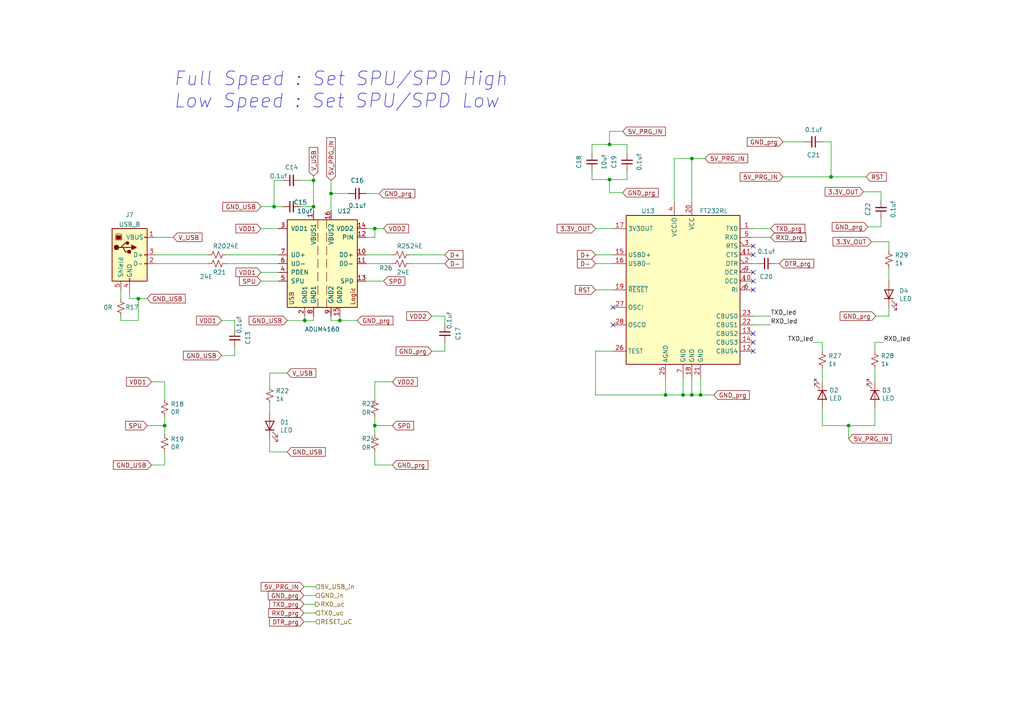
<source format=kicad_sch>
(kicad_sch
	(version 20231120)
	(generator "eeschema")
	(generator_version "8.0")
	(uuid "8756102f-d9af-4803-8ad6-b01aa062b1e9")
	(paper "A4")
	(title_block
		(title "Motion Control Board")
		(date "2022-04-14")
		(company "Vashishtha Research Private Limited")
	)
	(lib_symbols
		(symbol "Connector:USB_B"
			(pin_names
				(offset 1.016)
			)
			(exclude_from_sim no)
			(in_bom yes)
			(on_board yes)
			(property "Reference" "J"
				(at -5.08 11.43 0)
				(effects
					(font
						(size 1.27 1.27)
					)
					(justify left)
				)
			)
			(property "Value" "USB_B"
				(at -5.08 8.89 0)
				(effects
					(font
						(size 1.27 1.27)
					)
					(justify left)
				)
			)
			(property "Footprint" ""
				(at 3.81 -1.27 0)
				(effects
					(font
						(size 1.27 1.27)
					)
					(hide yes)
				)
			)
			(property "Datasheet" " ~"
				(at 3.81 -1.27 0)
				(effects
					(font
						(size 1.27 1.27)
					)
					(hide yes)
				)
			)
			(property "Description" "USB Type B connector"
				(at 0 0 0)
				(effects
					(font
						(size 1.27 1.27)
					)
					(hide yes)
				)
			)
			(property "ki_keywords" "connector USB"
				(at 0 0 0)
				(effects
					(font
						(size 1.27 1.27)
					)
					(hide yes)
				)
			)
			(property "ki_fp_filters" "USB*"
				(at 0 0 0)
				(effects
					(font
						(size 1.27 1.27)
					)
					(hide yes)
				)
			)
			(symbol "USB_B_0_1"
				(rectangle
					(start -5.08 -7.62)
					(end 5.08 7.62)
					(stroke
						(width 0.254)
						(type default)
					)
					(fill
						(type background)
					)
				)
				(circle
					(center -3.81 2.159)
					(radius 0.635)
					(stroke
						(width 0.254)
						(type default)
					)
					(fill
						(type outline)
					)
				)
				(rectangle
					(start -3.81 5.588)
					(end -2.54 4.572)
					(stroke
						(width 0)
						(type default)
					)
					(fill
						(type outline)
					)
				)
				(circle
					(center -0.635 3.429)
					(radius 0.381)
					(stroke
						(width 0.254)
						(type default)
					)
					(fill
						(type outline)
					)
				)
				(rectangle
					(start -0.127 -7.62)
					(end 0.127 -6.858)
					(stroke
						(width 0)
						(type default)
					)
					(fill
						(type none)
					)
				)
				(polyline
					(pts
						(xy -1.905 2.159) (xy 0.635 2.159)
					)
					(stroke
						(width 0.254)
						(type default)
					)
					(fill
						(type none)
					)
				)
				(polyline
					(pts
						(xy -3.175 2.159) (xy -2.54 2.159) (xy -1.27 3.429) (xy -0.635 3.429)
					)
					(stroke
						(width 0.254)
						(type default)
					)
					(fill
						(type none)
					)
				)
				(polyline
					(pts
						(xy -2.54 2.159) (xy -1.905 2.159) (xy -1.27 0.889) (xy 0 0.889)
					)
					(stroke
						(width 0.254)
						(type default)
					)
					(fill
						(type none)
					)
				)
				(polyline
					(pts
						(xy 0.635 2.794) (xy 0.635 1.524) (xy 1.905 2.159) (xy 0.635 2.794)
					)
					(stroke
						(width 0.254)
						(type default)
					)
					(fill
						(type outline)
					)
				)
				(polyline
					(pts
						(xy -4.064 4.318) (xy -2.286 4.318) (xy -2.286 5.715) (xy -2.667 6.096) (xy -3.683 6.096) (xy -4.064 5.715)
						(xy -4.064 4.318)
					)
					(stroke
						(width 0)
						(type default)
					)
					(fill
						(type none)
					)
				)
				(rectangle
					(start 0.254 1.27)
					(end -0.508 0.508)
					(stroke
						(width 0.254)
						(type default)
					)
					(fill
						(type outline)
					)
				)
				(rectangle
					(start 5.08 -2.667)
					(end 4.318 -2.413)
					(stroke
						(width 0)
						(type default)
					)
					(fill
						(type none)
					)
				)
				(rectangle
					(start 5.08 -0.127)
					(end 4.318 0.127)
					(stroke
						(width 0)
						(type default)
					)
					(fill
						(type none)
					)
				)
				(rectangle
					(start 5.08 4.953)
					(end 4.318 5.207)
					(stroke
						(width 0)
						(type default)
					)
					(fill
						(type none)
					)
				)
			)
			(symbol "USB_B_1_1"
				(pin power_out line
					(at 7.62 5.08 180)
					(length 2.54)
					(name "VBUS"
						(effects
							(font
								(size 1.27 1.27)
							)
						)
					)
					(number "1"
						(effects
							(font
								(size 1.27 1.27)
							)
						)
					)
				)
				(pin bidirectional line
					(at 7.62 -2.54 180)
					(length 2.54)
					(name "D-"
						(effects
							(font
								(size 1.27 1.27)
							)
						)
					)
					(number "2"
						(effects
							(font
								(size 1.27 1.27)
							)
						)
					)
				)
				(pin bidirectional line
					(at 7.62 0 180)
					(length 2.54)
					(name "D+"
						(effects
							(font
								(size 1.27 1.27)
							)
						)
					)
					(number "3"
						(effects
							(font
								(size 1.27 1.27)
							)
						)
					)
				)
				(pin power_out line
					(at 0 -10.16 90)
					(length 2.54)
					(name "GND"
						(effects
							(font
								(size 1.27 1.27)
							)
						)
					)
					(number "4"
						(effects
							(font
								(size 1.27 1.27)
							)
						)
					)
				)
				(pin passive line
					(at -2.54 -10.16 90)
					(length 2.54)
					(name "Shield"
						(effects
							(font
								(size 1.27 1.27)
							)
						)
					)
					(number "5"
						(effects
							(font
								(size 1.27 1.27)
							)
						)
					)
				)
			)
		)
		(symbol "Device:C_Small"
			(pin_numbers hide)
			(pin_names
				(offset 0.254) hide)
			(exclude_from_sim no)
			(in_bom yes)
			(on_board yes)
			(property "Reference" "C"
				(at 0.254 1.778 0)
				(effects
					(font
						(size 1.27 1.27)
					)
					(justify left)
				)
			)
			(property "Value" "C_Small"
				(at 0.254 -2.032 0)
				(effects
					(font
						(size 1.27 1.27)
					)
					(justify left)
				)
			)
			(property "Footprint" ""
				(at 0 0 0)
				(effects
					(font
						(size 1.27 1.27)
					)
					(hide yes)
				)
			)
			(property "Datasheet" "~"
				(at 0 0 0)
				(effects
					(font
						(size 1.27 1.27)
					)
					(hide yes)
				)
			)
			(property "Description" "Unpolarized capacitor, small symbol"
				(at 0 0 0)
				(effects
					(font
						(size 1.27 1.27)
					)
					(hide yes)
				)
			)
			(property "ki_keywords" "capacitor cap"
				(at 0 0 0)
				(effects
					(font
						(size 1.27 1.27)
					)
					(hide yes)
				)
			)
			(property "ki_fp_filters" "C_*"
				(at 0 0 0)
				(effects
					(font
						(size 1.27 1.27)
					)
					(hide yes)
				)
			)
			(symbol "C_Small_0_1"
				(polyline
					(pts
						(xy -1.524 -0.508) (xy 1.524 -0.508)
					)
					(stroke
						(width 0.3302)
						(type default)
					)
					(fill
						(type none)
					)
				)
				(polyline
					(pts
						(xy -1.524 0.508) (xy 1.524 0.508)
					)
					(stroke
						(width 0.3048)
						(type default)
					)
					(fill
						(type none)
					)
				)
			)
			(symbol "C_Small_1_1"
				(pin passive line
					(at 0 2.54 270)
					(length 2.032)
					(name "~"
						(effects
							(font
								(size 1.27 1.27)
							)
						)
					)
					(number "1"
						(effects
							(font
								(size 1.27 1.27)
							)
						)
					)
				)
				(pin passive line
					(at 0 -2.54 90)
					(length 2.032)
					(name "~"
						(effects
							(font
								(size 1.27 1.27)
							)
						)
					)
					(number "2"
						(effects
							(font
								(size 1.27 1.27)
							)
						)
					)
				)
			)
		)
		(symbol "Device:LED"
			(pin_numbers hide)
			(pin_names
				(offset 1.016) hide)
			(exclude_from_sim no)
			(in_bom yes)
			(on_board yes)
			(property "Reference" "D"
				(at 0 2.54 0)
				(effects
					(font
						(size 1.27 1.27)
					)
				)
			)
			(property "Value" "LED"
				(at 0 -2.54 0)
				(effects
					(font
						(size 1.27 1.27)
					)
				)
			)
			(property "Footprint" ""
				(at 0 0 0)
				(effects
					(font
						(size 1.27 1.27)
					)
					(hide yes)
				)
			)
			(property "Datasheet" "~"
				(at 0 0 0)
				(effects
					(font
						(size 1.27 1.27)
					)
					(hide yes)
				)
			)
			(property "Description" "Light emitting diode"
				(at 0 0 0)
				(effects
					(font
						(size 1.27 1.27)
					)
					(hide yes)
				)
			)
			(property "ki_keywords" "LED diode"
				(at 0 0 0)
				(effects
					(font
						(size 1.27 1.27)
					)
					(hide yes)
				)
			)
			(property "ki_fp_filters" "LED* LED_SMD:* LED_THT:*"
				(at 0 0 0)
				(effects
					(font
						(size 1.27 1.27)
					)
					(hide yes)
				)
			)
			(symbol "LED_0_1"
				(polyline
					(pts
						(xy -1.27 -1.27) (xy -1.27 1.27)
					)
					(stroke
						(width 0.254)
						(type default)
					)
					(fill
						(type none)
					)
				)
				(polyline
					(pts
						(xy -1.27 0) (xy 1.27 0)
					)
					(stroke
						(width 0)
						(type default)
					)
					(fill
						(type none)
					)
				)
				(polyline
					(pts
						(xy 1.27 -1.27) (xy 1.27 1.27) (xy -1.27 0) (xy 1.27 -1.27)
					)
					(stroke
						(width 0.254)
						(type default)
					)
					(fill
						(type none)
					)
				)
				(polyline
					(pts
						(xy -3.048 -0.762) (xy -4.572 -2.286) (xy -3.81 -2.286) (xy -4.572 -2.286) (xy -4.572 -1.524)
					)
					(stroke
						(width 0)
						(type default)
					)
					(fill
						(type none)
					)
				)
				(polyline
					(pts
						(xy -1.778 -0.762) (xy -3.302 -2.286) (xy -2.54 -2.286) (xy -3.302 -2.286) (xy -3.302 -1.524)
					)
					(stroke
						(width 0)
						(type default)
					)
					(fill
						(type none)
					)
				)
			)
			(symbol "LED_1_1"
				(pin passive line
					(at -3.81 0 0)
					(length 2.54)
					(name "K"
						(effects
							(font
								(size 1.27 1.27)
							)
						)
					)
					(number "1"
						(effects
							(font
								(size 1.27 1.27)
							)
						)
					)
				)
				(pin passive line
					(at 3.81 0 180)
					(length 2.54)
					(name "A"
						(effects
							(font
								(size 1.27 1.27)
							)
						)
					)
					(number "2"
						(effects
							(font
								(size 1.27 1.27)
							)
						)
					)
				)
			)
		)
		(symbol "Device:R_Small_US"
			(pin_numbers hide)
			(pin_names
				(offset 0.254) hide)
			(exclude_from_sim no)
			(in_bom yes)
			(on_board yes)
			(property "Reference" "R"
				(at 0.762 0.508 0)
				(effects
					(font
						(size 1.27 1.27)
					)
					(justify left)
				)
			)
			(property "Value" "R_Small_US"
				(at 0.762 -1.016 0)
				(effects
					(font
						(size 1.27 1.27)
					)
					(justify left)
				)
			)
			(property "Footprint" ""
				(at 0 0 0)
				(effects
					(font
						(size 1.27 1.27)
					)
					(hide yes)
				)
			)
			(property "Datasheet" "~"
				(at 0 0 0)
				(effects
					(font
						(size 1.27 1.27)
					)
					(hide yes)
				)
			)
			(property "Description" "Resistor, small US symbol"
				(at 0 0 0)
				(effects
					(font
						(size 1.27 1.27)
					)
					(hide yes)
				)
			)
			(property "ki_keywords" "r resistor"
				(at 0 0 0)
				(effects
					(font
						(size 1.27 1.27)
					)
					(hide yes)
				)
			)
			(property "ki_fp_filters" "R_*"
				(at 0 0 0)
				(effects
					(font
						(size 1.27 1.27)
					)
					(hide yes)
				)
			)
			(symbol "R_Small_US_1_1"
				(polyline
					(pts
						(xy 0 0) (xy 1.016 -0.381) (xy 0 -0.762) (xy -1.016 -1.143) (xy 0 -1.524)
					)
					(stroke
						(width 0)
						(type default)
					)
					(fill
						(type none)
					)
				)
				(polyline
					(pts
						(xy 0 1.524) (xy 1.016 1.143) (xy 0 0.762) (xy -1.016 0.381) (xy 0 0)
					)
					(stroke
						(width 0)
						(type default)
					)
					(fill
						(type none)
					)
				)
				(pin passive line
					(at 0 2.54 270)
					(length 1.016)
					(name "~"
						(effects
							(font
								(size 1.27 1.27)
							)
						)
					)
					(number "1"
						(effects
							(font
								(size 1.27 1.27)
							)
						)
					)
				)
				(pin passive line
					(at 0 -2.54 90)
					(length 1.016)
					(name "~"
						(effects
							(font
								(size 1.27 1.27)
							)
						)
					)
					(number "2"
						(effects
							(font
								(size 1.27 1.27)
							)
						)
					)
				)
			)
		)
		(symbol "Interface_USB:ADUM4160"
			(pin_names
				(offset 1.016)
			)
			(exclude_from_sim no)
			(in_bom yes)
			(on_board yes)
			(property "Reference" "U"
				(at -10.16 13.97 0)
				(effects
					(font
						(size 1.27 1.27)
					)
					(justify left)
				)
			)
			(property "Value" "ADUM4160"
				(at 3.81 13.97 0)
				(effects
					(font
						(size 1.27 1.27)
					)
					(justify left)
				)
			)
			(property "Footprint" "Package_SO:SOIC-16W_7.5x10.3mm_P1.27mm"
				(at 0 -17.78 0)
				(effects
					(font
						(size 1.27 1.27)
					)
					(hide yes)
				)
			)
			(property "Datasheet" "https://www.analog.com/media/en/technical-documentation/data-sheets/ADuM4160.pdf"
				(at -5.08 0 0)
				(effects
					(font
						(size 1.27 1.27)
					)
					(hide yes)
				)
			)
			(property "Description" "Full/Low Speed, iCoupler USB Digital Isolator, 5kV protection, SOIC-16"
				(at 0 0 0)
				(effects
					(font
						(size 1.27 1.27)
					)
					(hide yes)
				)
			)
			(property "ki_keywords" "usb isolation"
				(at 0 0 0)
				(effects
					(font
						(size 1.27 1.27)
					)
					(hide yes)
				)
			)
			(property "ki_fp_filters" "SOIC*7.5x10.3mm*P1.27mm*"
				(at 0 0 0)
				(effects
					(font
						(size 1.27 1.27)
					)
					(hide yes)
				)
			)
			(symbol "ADUM4160_0_0"
				(text "Logic"
					(at 8.89 -12.065 900)
					(effects
						(font
							(size 1.27 1.27)
						)
						(justify left)
					)
				)
			)
			(symbol "ADUM4160_0_1"
				(rectangle
					(start -10.16 12.7)
					(end 10.16 -12.7)
					(stroke
						(width 0.254)
						(type default)
					)
					(fill
						(type background)
					)
				)
				(polyline
					(pts
						(xy -1.27 -10.16) (xy -1.27 -12.7)
					)
					(stroke
						(width 0)
						(type default)
					)
					(fill
						(type none)
					)
				)
				(polyline
					(pts
						(xy -1.27 -6.35) (xy -1.27 -8.89)
					)
					(stroke
						(width 0)
						(type default)
					)
					(fill
						(type none)
					)
				)
				(polyline
					(pts
						(xy -1.27 -2.54) (xy -1.27 -5.08)
					)
					(stroke
						(width 0)
						(type default)
					)
					(fill
						(type none)
					)
				)
				(polyline
					(pts
						(xy -1.27 1.27) (xy -1.27 -1.27)
					)
					(stroke
						(width 0)
						(type default)
					)
					(fill
						(type none)
					)
				)
				(polyline
					(pts
						(xy -1.27 5.08) (xy -1.27 2.54)
					)
					(stroke
						(width 0)
						(type default)
					)
					(fill
						(type none)
					)
				)
				(polyline
					(pts
						(xy -1.27 8.89) (xy -1.27 6.35)
					)
					(stroke
						(width 0)
						(type default)
					)
					(fill
						(type none)
					)
				)
				(polyline
					(pts
						(xy -1.27 12.7) (xy -1.27 10.16)
					)
					(stroke
						(width 0)
						(type default)
					)
					(fill
						(type none)
					)
				)
				(polyline
					(pts
						(xy 1.27 -10.16) (xy 1.27 -12.7)
					)
					(stroke
						(width 0)
						(type default)
					)
					(fill
						(type none)
					)
				)
				(polyline
					(pts
						(xy 1.27 -6.35) (xy 1.27 -8.89)
					)
					(stroke
						(width 0)
						(type default)
					)
					(fill
						(type none)
					)
				)
				(polyline
					(pts
						(xy 1.27 -2.54) (xy 1.27 -5.08)
					)
					(stroke
						(width 0)
						(type default)
					)
					(fill
						(type none)
					)
				)
				(polyline
					(pts
						(xy 1.27 1.27) (xy 1.27 -1.27)
					)
					(stroke
						(width 0)
						(type default)
					)
					(fill
						(type none)
					)
				)
				(polyline
					(pts
						(xy 1.27 5.08) (xy 1.27 2.54)
					)
					(stroke
						(width 0)
						(type default)
					)
					(fill
						(type none)
					)
				)
				(polyline
					(pts
						(xy 1.27 8.89) (xy 1.27 6.35)
					)
					(stroke
						(width 0)
						(type default)
					)
					(fill
						(type none)
					)
				)
				(polyline
					(pts
						(xy 1.27 12.7) (xy 1.27 10.16)
					)
					(stroke
						(width 0)
						(type default)
					)
					(fill
						(type none)
					)
				)
			)
			(symbol "ADUM4160_1_0"
				(text "USB"
					(at -8.89 -12.065 900)
					(effects
						(font
							(size 1.27 1.27)
						)
						(justify left)
					)
				)
			)
			(symbol "ADUM4160_1_1"
				(pin power_in line
					(at -2.54 15.24 270)
					(length 2.54)
					(name "VBUS1"
						(effects
							(font
								(size 1.27 1.27)
							)
						)
					)
					(number "1"
						(effects
							(font
								(size 1.27 1.27)
							)
						)
					)
				)
				(pin bidirectional line
					(at 12.7 2.54 180)
					(length 2.54)
					(name "DD+"
						(effects
							(font
								(size 1.27 1.27)
							)
						)
					)
					(number "10"
						(effects
							(font
								(size 1.27 1.27)
							)
						)
					)
				)
				(pin bidirectional line
					(at 12.7 0 180)
					(length 2.54)
					(name "DD-"
						(effects
							(font
								(size 1.27 1.27)
							)
						)
					)
					(number "11"
						(effects
							(font
								(size 1.27 1.27)
							)
						)
					)
				)
				(pin input line
					(at 12.7 7.62 180)
					(length 2.54)
					(name "PIN"
						(effects
							(font
								(size 1.27 1.27)
							)
						)
					)
					(number "12"
						(effects
							(font
								(size 1.27 1.27)
							)
						)
					)
				)
				(pin input line
					(at 12.7 -5.08 180)
					(length 2.54)
					(name "SPD"
						(effects
							(font
								(size 1.27 1.27)
							)
						)
					)
					(number "13"
						(effects
							(font
								(size 1.27 1.27)
							)
						)
					)
				)
				(pin power_in line
					(at 12.7 10.16 180)
					(length 2.54)
					(name "VDD2"
						(effects
							(font
								(size 1.27 1.27)
							)
						)
					)
					(number "14"
						(effects
							(font
								(size 1.27 1.27)
							)
						)
					)
				)
				(pin power_in line
					(at 5.08 -15.24 90)
					(length 2.54)
					(name "GND2"
						(effects
							(font
								(size 1.27 1.27)
							)
						)
					)
					(number "15"
						(effects
							(font
								(size 1.27 1.27)
							)
						)
					)
				)
				(pin power_in line
					(at 2.54 15.24 270)
					(length 2.54)
					(name "VBUS2"
						(effects
							(font
								(size 1.27 1.27)
							)
						)
					)
					(number "16"
						(effects
							(font
								(size 1.27 1.27)
							)
						)
					)
				)
				(pin power_in line
					(at -5.08 -15.24 90)
					(length 2.54)
					(name "GND1"
						(effects
							(font
								(size 1.27 1.27)
							)
						)
					)
					(number "2"
						(effects
							(font
								(size 1.27 1.27)
							)
						)
					)
				)
				(pin power_in line
					(at -12.7 10.16 0)
					(length 2.54)
					(name "VDD1"
						(effects
							(font
								(size 1.27 1.27)
							)
						)
					)
					(number "3"
						(effects
							(font
								(size 1.27 1.27)
							)
						)
					)
				)
				(pin input line
					(at -12.7 -2.54 0)
					(length 2.54)
					(name "PDEN"
						(effects
							(font
								(size 1.27 1.27)
							)
						)
					)
					(number "4"
						(effects
							(font
								(size 1.27 1.27)
							)
						)
					)
				)
				(pin input line
					(at -12.7 -5.08 0)
					(length 2.54)
					(name "SPU"
						(effects
							(font
								(size 1.27 1.27)
							)
						)
					)
					(number "5"
						(effects
							(font
								(size 1.27 1.27)
							)
						)
					)
				)
				(pin bidirectional line
					(at -12.7 0 0)
					(length 2.54)
					(name "UD-"
						(effects
							(font
								(size 1.27 1.27)
							)
						)
					)
					(number "6"
						(effects
							(font
								(size 1.27 1.27)
							)
						)
					)
				)
				(pin bidirectional line
					(at -12.7 2.54 0)
					(length 2.54)
					(name "UD+"
						(effects
							(font
								(size 1.27 1.27)
							)
						)
					)
					(number "7"
						(effects
							(font
								(size 1.27 1.27)
							)
						)
					)
				)
				(pin power_in line
					(at -2.54 -15.24 90)
					(length 2.54)
					(name "GND1"
						(effects
							(font
								(size 1.27 1.27)
							)
						)
					)
					(number "8"
						(effects
							(font
								(size 1.27 1.27)
							)
						)
					)
				)
				(pin power_in line
					(at 2.54 -15.24 90)
					(length 2.54)
					(name "GND2"
						(effects
							(font
								(size 1.27 1.27)
							)
						)
					)
					(number "9"
						(effects
							(font
								(size 1.27 1.27)
							)
						)
					)
				)
			)
		)
		(symbol "Interface_USB:FT232RL"
			(exclude_from_sim no)
			(in_bom yes)
			(on_board yes)
			(property "Reference" "U"
				(at -16.51 22.86 0)
				(effects
					(font
						(size 1.27 1.27)
					)
					(justify left)
				)
			)
			(property "Value" "FT232RL"
				(at 10.16 22.86 0)
				(effects
					(font
						(size 1.27 1.27)
					)
					(justify left)
				)
			)
			(property "Footprint" "Package_SO:SSOP-28_5.3x10.2mm_P0.65mm"
				(at 27.94 -22.86 0)
				(effects
					(font
						(size 1.27 1.27)
					)
					(hide yes)
				)
			)
			(property "Datasheet" "https://www.ftdichip.com/Support/Documents/DataSheets/ICs/DS_FT232R.pdf"
				(at 0 0 0)
				(effects
					(font
						(size 1.27 1.27)
					)
					(hide yes)
				)
			)
			(property "Description" "USB to Serial Interface, SSOP-28"
				(at 0 0 0)
				(effects
					(font
						(size 1.27 1.27)
					)
					(hide yes)
				)
			)
			(property "ki_keywords" "FTDI USB Serial"
				(at 0 0 0)
				(effects
					(font
						(size 1.27 1.27)
					)
					(hide yes)
				)
			)
			(property "ki_fp_filters" "SSOP*5.3x10.2mm*P0.65mm*"
				(at 0 0 0)
				(effects
					(font
						(size 1.27 1.27)
					)
					(hide yes)
				)
			)
			(symbol "FT232RL_0_1"
				(rectangle
					(start -16.51 21.59)
					(end 16.51 -21.59)
					(stroke
						(width 0.254)
						(type default)
					)
					(fill
						(type background)
					)
				)
			)
			(symbol "FT232RL_1_1"
				(pin output line
					(at 20.32 17.78 180)
					(length 3.81)
					(name "TXD"
						(effects
							(font
								(size 1.27 1.27)
							)
						)
					)
					(number "1"
						(effects
							(font
								(size 1.27 1.27)
							)
						)
					)
				)
				(pin input input_low
					(at 20.32 2.54 180)
					(length 3.81)
					(name "DCD"
						(effects
							(font
								(size 1.27 1.27)
							)
						)
					)
					(number "10"
						(effects
							(font
								(size 1.27 1.27)
							)
						)
					)
				)
				(pin input input_low
					(at 20.32 10.16 180)
					(length 3.81)
					(name "CTS"
						(effects
							(font
								(size 1.27 1.27)
							)
						)
					)
					(number "11"
						(effects
							(font
								(size 1.27 1.27)
							)
						)
					)
				)
				(pin bidirectional line
					(at 20.32 -17.78 180)
					(length 3.81)
					(name "CBUS4"
						(effects
							(font
								(size 1.27 1.27)
							)
						)
					)
					(number "12"
						(effects
							(font
								(size 1.27 1.27)
							)
						)
					)
				)
				(pin bidirectional line
					(at 20.32 -12.7 180)
					(length 3.81)
					(name "CBUS2"
						(effects
							(font
								(size 1.27 1.27)
							)
						)
					)
					(number "13"
						(effects
							(font
								(size 1.27 1.27)
							)
						)
					)
				)
				(pin bidirectional line
					(at 20.32 -15.24 180)
					(length 3.81)
					(name "CBUS3"
						(effects
							(font
								(size 1.27 1.27)
							)
						)
					)
					(number "14"
						(effects
							(font
								(size 1.27 1.27)
							)
						)
					)
				)
				(pin bidirectional line
					(at -20.32 10.16 0)
					(length 3.81)
					(name "USBD+"
						(effects
							(font
								(size 1.27 1.27)
							)
						)
					)
					(number "15"
						(effects
							(font
								(size 1.27 1.27)
							)
						)
					)
				)
				(pin bidirectional line
					(at -20.32 7.62 0)
					(length 3.81)
					(name "USBD-"
						(effects
							(font
								(size 1.27 1.27)
							)
						)
					)
					(number "16"
						(effects
							(font
								(size 1.27 1.27)
							)
						)
					)
				)
				(pin power_out line
					(at -20.32 17.78 0)
					(length 3.81)
					(name "3V3OUT"
						(effects
							(font
								(size 1.27 1.27)
							)
						)
					)
					(number "17"
						(effects
							(font
								(size 1.27 1.27)
							)
						)
					)
				)
				(pin power_in line
					(at 2.54 -25.4 90)
					(length 3.81)
					(name "GND"
						(effects
							(font
								(size 1.27 1.27)
							)
						)
					)
					(number "18"
						(effects
							(font
								(size 1.27 1.27)
							)
						)
					)
				)
				(pin input line
					(at -20.32 0 0)
					(length 3.81)
					(name "~{RESET}"
						(effects
							(font
								(size 1.27 1.27)
							)
						)
					)
					(number "19"
						(effects
							(font
								(size 1.27 1.27)
							)
						)
					)
				)
				(pin output output_low
					(at 20.32 7.62 180)
					(length 3.81)
					(name "DTR"
						(effects
							(font
								(size 1.27 1.27)
							)
						)
					)
					(number "2"
						(effects
							(font
								(size 1.27 1.27)
							)
						)
					)
				)
				(pin power_in line
					(at 2.54 25.4 270)
					(length 3.81)
					(name "VCC"
						(effects
							(font
								(size 1.27 1.27)
							)
						)
					)
					(number "20"
						(effects
							(font
								(size 1.27 1.27)
							)
						)
					)
				)
				(pin power_in line
					(at 5.08 -25.4 90)
					(length 3.81)
					(name "GND"
						(effects
							(font
								(size 1.27 1.27)
							)
						)
					)
					(number "21"
						(effects
							(font
								(size 1.27 1.27)
							)
						)
					)
				)
				(pin bidirectional line
					(at 20.32 -10.16 180)
					(length 3.81)
					(name "CBUS1"
						(effects
							(font
								(size 1.27 1.27)
							)
						)
					)
					(number "22"
						(effects
							(font
								(size 1.27 1.27)
							)
						)
					)
				)
				(pin bidirectional line
					(at 20.32 -7.62 180)
					(length 3.81)
					(name "CBUS0"
						(effects
							(font
								(size 1.27 1.27)
							)
						)
					)
					(number "23"
						(effects
							(font
								(size 1.27 1.27)
							)
						)
					)
				)
				(pin power_in line
					(at -5.08 -25.4 90)
					(length 3.81)
					(name "AGND"
						(effects
							(font
								(size 1.27 1.27)
							)
						)
					)
					(number "25"
						(effects
							(font
								(size 1.27 1.27)
							)
						)
					)
				)
				(pin input line
					(at -20.32 -17.78 0)
					(length 3.81)
					(name "TEST"
						(effects
							(font
								(size 1.27 1.27)
							)
						)
					)
					(number "26"
						(effects
							(font
								(size 1.27 1.27)
							)
						)
					)
				)
				(pin input line
					(at -20.32 -5.08 0)
					(length 3.81)
					(name "OSCI"
						(effects
							(font
								(size 1.27 1.27)
							)
						)
					)
					(number "27"
						(effects
							(font
								(size 1.27 1.27)
							)
						)
					)
				)
				(pin output line
					(at -20.32 -10.16 0)
					(length 3.81)
					(name "OSCO"
						(effects
							(font
								(size 1.27 1.27)
							)
						)
					)
					(number "28"
						(effects
							(font
								(size 1.27 1.27)
							)
						)
					)
				)
				(pin output output_low
					(at 20.32 12.7 180)
					(length 3.81)
					(name "RTS"
						(effects
							(font
								(size 1.27 1.27)
							)
						)
					)
					(number "3"
						(effects
							(font
								(size 1.27 1.27)
							)
						)
					)
				)
				(pin power_in line
					(at -2.54 25.4 270)
					(length 3.81)
					(name "VCCIO"
						(effects
							(font
								(size 1.27 1.27)
							)
						)
					)
					(number "4"
						(effects
							(font
								(size 1.27 1.27)
							)
						)
					)
				)
				(pin input line
					(at 20.32 15.24 180)
					(length 3.81)
					(name "RXD"
						(effects
							(font
								(size 1.27 1.27)
							)
						)
					)
					(number "5"
						(effects
							(font
								(size 1.27 1.27)
							)
						)
					)
				)
				(pin input input_low
					(at 20.32 0 180)
					(length 3.81)
					(name "RI"
						(effects
							(font
								(size 1.27 1.27)
							)
						)
					)
					(number "6"
						(effects
							(font
								(size 1.27 1.27)
							)
						)
					)
				)
				(pin power_in line
					(at 0 -25.4 90)
					(length 3.81)
					(name "GND"
						(effects
							(font
								(size 1.27 1.27)
							)
						)
					)
					(number "7"
						(effects
							(font
								(size 1.27 1.27)
							)
						)
					)
				)
				(pin input input_low
					(at 20.32 5.08 180)
					(length 3.81)
					(name "DCR"
						(effects
							(font
								(size 1.27 1.27)
							)
						)
					)
					(number "9"
						(effects
							(font
								(size 1.27 1.27)
							)
						)
					)
				)
			)
		)
	)
	(junction
		(at 176.784 41.91)
		(diameter 0)
		(color 0 0 0 0)
		(uuid "05e81fa7-d314-4b89-acb1-6cd006530f9c")
	)
	(junction
		(at 79.502 59.944)
		(diameter 0)
		(color 0 0 0 0)
		(uuid "21fbd0fd-78ae-4b83-a59e-b1b25351a432")
	)
	(junction
		(at 176.784 52.07)
		(diameter 0)
		(color 0 0 0 0)
		(uuid "22e354d1-9aba-4bac-8eaa-c2d7232db6cd")
	)
	(junction
		(at 108.712 123.444)
		(diameter 0)
		(color 0 0 0 0)
		(uuid "24a218ab-dbc3-44ed-a375-04671c4b7bf6")
	)
	(junction
		(at 90.932 52.324)
		(diameter 0)
		(color 0 0 0 0)
		(uuid "2b2fcc76-70ad-4a6e-895d-6109306db0bb")
	)
	(junction
		(at 200.66 114.554)
		(diameter 0)
		(color 0 0 0 0)
		(uuid "2cfcee5b-b68b-4757-8ece-b8770dad3aeb")
	)
	(junction
		(at 96.012 56.134)
		(diameter 0)
		(color 0 0 0 0)
		(uuid "31185e94-c629-4d93-847c-e8eeac00a340")
	)
	(junction
		(at 203.2 114.554)
		(diameter 0)
		(color 0 0 0 0)
		(uuid "491ca24b-ccb5-4bd3-8a56-12bf4da37ed2")
	)
	(junction
		(at 90.932 59.944)
		(diameter 0)
		(color 0 0 0 0)
		(uuid "63193d7d-c8f7-4bd5-9b95-0fa2f3afdf4e")
	)
	(junction
		(at 200.66 45.974)
		(diameter 0)
		(color 0 0 0 0)
		(uuid "8c9a3a8d-a14a-4715-993d-5ed3a331119c")
	)
	(junction
		(at 47.752 123.444)
		(diameter 0)
		(color 0 0 0 0)
		(uuid "a5a24042-1b97-4afb-9795-22dd98e4d7bd")
	)
	(junction
		(at 98.552 92.964)
		(diameter 0)
		(color 0 0 0 0)
		(uuid "ba213443-40b8-457e-a7e8-0f8e7a776304")
	)
	(junction
		(at 108.712 66.294)
		(diameter 0)
		(color 0 0 0 0)
		(uuid "c0d02f9f-3835-4842-884d-c8534007bc5b")
	)
	(junction
		(at 88.392 92.964)
		(diameter 0)
		(color 0 0 0 0)
		(uuid "c261d45b-b15c-4095-8c6e-fd37a1910bab")
	)
	(junction
		(at 193.04 114.554)
		(diameter 0)
		(color 0 0 0 0)
		(uuid "c8f2552f-fce2-499f-81e1-8a9c21c91f5a")
	)
	(junction
		(at 241.046 51.308)
		(diameter 0)
		(color 0 0 0 0)
		(uuid "ca4e8b07-0f45-426a-b0bc-6ea992f92c14")
	)
	(junction
		(at 246.126 123.444)
		(diameter 0)
		(color 0 0 0 0)
		(uuid "eca40111-6ac1-4341-a650-1dab44494737")
	)
	(junction
		(at 40.132 86.614)
		(diameter 0)
		(color 0 0 0 0)
		(uuid "f22e8e4c-6c76-43fe-b6d3-9fcbff2bed34")
	)
	(junction
		(at 198.12 114.554)
		(diameter 0)
		(color 0 0 0 0)
		(uuid "fc54f79f-2fd4-4ae5-9493-fe5a6f9280a6")
	)
	(no_connect
		(at 218.44 96.774)
		(uuid "1e41a64d-972a-4aee-84dc-fa20ecfe4eec")
	)
	(no_connect
		(at 218.44 99.314)
		(uuid "38d8ced2-c75d-4ba8-8477-9ebcea2c0309")
	)
	(no_connect
		(at 218.44 73.914)
		(uuid "45445b5b-b688-48c9-be75-65ec3c263627")
	)
	(no_connect
		(at 218.44 71.374)
		(uuid "4c0990c2-82cf-4ff3-bbe1-84beec5af74e")
	)
	(no_connect
		(at 218.44 81.534)
		(uuid "55343fe5-8cb1-40bf-a342-d9379466fd85")
	)
	(no_connect
		(at 218.44 78.994)
		(uuid "7da3bef1-bb29-4c73-a3e3-04570161a511")
	)
	(no_connect
		(at 177.8 89.154)
		(uuid "bd05b95b-b5da-4be8-b3d0-05f2b52bb5a6")
	)
	(no_connect
		(at 218.44 101.854)
		(uuid "d79f2664-44e6-46b3-8bf4-1d80eb505abb")
	)
	(no_connect
		(at 218.44 84.074)
		(uuid "dd2dcbc5-a090-490b-b6a6-0a1e5039e2de")
	)
	(no_connect
		(at 177.8 94.234)
		(uuid "eea14c6f-fdb2-491a-bf69-688948f199b8")
	)
	(wire
		(pts
			(xy 35.052 84.074) (xy 35.052 86.614)
		)
		(stroke
			(width 0)
			(type default)
		)
		(uuid "00d48588-1699-4fa6-b3c7-d0aecf798ea9")
	)
	(wire
		(pts
			(xy 125.222 91.694) (xy 129.032 91.694)
		)
		(stroke
			(width 0)
			(type default)
		)
		(uuid "033e159f-0a84-41e9-a7d0-1ff60933915a")
	)
	(wire
		(pts
			(xy 246.126 123.444) (xy 246.126 127.254)
		)
		(stroke
			(width 0)
			(type default)
		)
		(uuid "03c671c6-1220-4ee7-b17f-5f3151c634d2")
	)
	(wire
		(pts
			(xy 79.502 59.944) (xy 82.042 59.944)
		)
		(stroke
			(width 0)
			(type default)
		)
		(uuid "04fa139d-5b34-4ae1-bb1e-f975053327b7")
	)
	(wire
		(pts
			(xy 172.72 84.074) (xy 177.8 84.074)
		)
		(stroke
			(width 0)
			(type default)
		)
		(uuid "06d5fe91-981c-40f3-90b6-a1b695597bab")
	)
	(wire
		(pts
			(xy 106.172 56.134) (xy 109.982 56.134)
		)
		(stroke
			(width 0)
			(type default)
		)
		(uuid "0b1eca21-961c-4ba9-bef9-f926807ea19f")
	)
	(wire
		(pts
			(xy 255.524 63.246) (xy 255.524 65.786)
		)
		(stroke
			(width 0)
			(type default)
		)
		(uuid "0c3387dc-f8a0-4c53-a28e-2f7ccb5b94f6")
	)
	(wire
		(pts
			(xy 43.942 134.874) (xy 47.752 134.874)
		)
		(stroke
			(width 0)
			(type default)
		)
		(uuid "0f181f69-2342-47bc-9aa1-4f304b20af34")
	)
	(wire
		(pts
			(xy 171.704 49.53) (xy 171.704 52.07)
		)
		(stroke
			(width 0)
			(type default)
		)
		(uuid "0fe8989f-fc50-4137-b5fc-7ca31aacf1c4")
	)
	(wire
		(pts
			(xy 200.66 45.974) (xy 204.47 45.974)
		)
		(stroke
			(width 0)
			(type default)
		)
		(uuid "10e1dae6-a92d-4671-bf41-281f5b28ee0a")
	)
	(wire
		(pts
			(xy 106.172 68.834) (xy 108.712 68.834)
		)
		(stroke
			(width 0)
			(type default)
		)
		(uuid "10ea818a-48a1-40a6-8ba1-420e3b5023fd")
	)
	(wire
		(pts
			(xy 238.506 118.364) (xy 238.506 123.444)
		)
		(stroke
			(width 0)
			(type default)
		)
		(uuid "1a922f7b-5aa4-4dee-b2cd-3786ea85a757")
	)
	(wire
		(pts
			(xy 108.712 134.874) (xy 108.712 131.064)
		)
		(stroke
			(width 0)
			(type default)
		)
		(uuid "1f456fd4-1eec-4fee-b0fa-20cb556dbef3")
	)
	(wire
		(pts
			(xy 90.932 51.054) (xy 90.932 52.324)
		)
		(stroke
			(width 0)
			(type default)
		)
		(uuid "2391caa1-7296-4bb4-993c-5104da0acdd3")
	)
	(wire
		(pts
			(xy 79.502 52.324) (xy 79.502 59.944)
		)
		(stroke
			(width 0)
			(type default)
		)
		(uuid "2472d9a0-040a-4dd4-aeb1-f6e4b0403b19")
	)
	(wire
		(pts
			(xy 113.792 123.444) (xy 108.712 123.444)
		)
		(stroke
			(width 0)
			(type default)
		)
		(uuid "24d3e884-21ca-45c7-81a8-e2f9a5299448")
	)
	(wire
		(pts
			(xy 257.81 70.104) (xy 257.81 72.644)
		)
		(stroke
			(width 0)
			(type default)
		)
		(uuid "2842dfb2-c35f-4478-8232-2f94a077472a")
	)
	(wire
		(pts
			(xy 257.81 91.694) (xy 254 91.694)
		)
		(stroke
			(width 0)
			(type default)
		)
		(uuid "285230d4-fbdb-4692-a78b-abc8a13d2225")
	)
	(wire
		(pts
			(xy 45.212 73.914) (xy 60.452 73.914)
		)
		(stroke
			(width 0)
			(type default)
		)
		(uuid "285c2fd7-5c42-490a-be15-36f81b637746")
	)
	(wire
		(pts
			(xy 193.04 109.474) (xy 193.04 114.554)
		)
		(stroke
			(width 0)
			(type default)
		)
		(uuid "2c94057b-ef00-4b4d-9a7f-2d6cc792cb4e")
	)
	(wire
		(pts
			(xy 75.692 59.944) (xy 79.502 59.944)
		)
		(stroke
			(width 0)
			(type default)
		)
		(uuid "2cacf1c5-501b-465c-80a4-2310c947f755")
	)
	(wire
		(pts
			(xy 257.81 89.154) (xy 257.81 91.694)
		)
		(stroke
			(width 0)
			(type default)
		)
		(uuid "2edaae5d-6359-45e1-a7ca-f7a0a1318f27")
	)
	(wire
		(pts
			(xy 35.052 92.964) (xy 40.132 92.964)
		)
		(stroke
			(width 0)
			(type default)
		)
		(uuid "3063e835-e279-474f-a2a8-ba946ce865a6")
	)
	(wire
		(pts
			(xy 87.122 52.324) (xy 90.932 52.324)
		)
		(stroke
			(width 0)
			(type default)
		)
		(uuid "34901cc4-a806-425d-a7fc-4ab1576062ee")
	)
	(wire
		(pts
			(xy 108.712 110.744) (xy 108.712 115.824)
		)
		(stroke
			(width 0)
			(type default)
		)
		(uuid "35316c1c-9c0e-474f-a9c8-c3a3a5ae97b6")
	)
	(wire
		(pts
			(xy 118.872 73.914) (xy 129.032 73.914)
		)
		(stroke
			(width 0)
			(type default)
		)
		(uuid "38ea8964-e879-4244-9f7b-931e69e13a6c")
	)
	(wire
		(pts
			(xy 47.752 123.444) (xy 47.752 125.984)
		)
		(stroke
			(width 0)
			(type default)
		)
		(uuid "3af65219-16a2-46f5-914c-509ec3744a56")
	)
	(wire
		(pts
			(xy 111.252 81.534) (xy 106.172 81.534)
		)
		(stroke
			(width 0)
			(type default)
		)
		(uuid "3e7f42e0-bf9e-4455-a6d0-c54bff87d698")
	)
	(wire
		(pts
			(xy 47.752 120.904) (xy 47.752 123.444)
		)
		(stroke
			(width 0)
			(type default)
		)
		(uuid "3ea57eca-796b-41a4-be8c-2cd0e07866e8")
	)
	(wire
		(pts
			(xy 200.66 45.974) (xy 200.66 58.674)
		)
		(stroke
			(width 0)
			(type default)
		)
		(uuid "3ff5df4a-974d-44b2-a6b2-5de6880fbca4")
	)
	(wire
		(pts
			(xy 227.076 51.308) (xy 241.046 51.308)
		)
		(stroke
			(width 0)
			(type default)
		)
		(uuid "40145af0-eb79-4131-8bf8-2bc4afb8c11f")
	)
	(wire
		(pts
			(xy 68.072 103.124) (xy 68.072 100.584)
		)
		(stroke
			(width 0)
			(type default)
		)
		(uuid "40d471ab-43e7-4fcc-95d3-bee6cdbb1a16")
	)
	(wire
		(pts
			(xy 172.72 73.914) (xy 177.8 73.914)
		)
		(stroke
			(width 0)
			(type default)
		)
		(uuid "4280ee6b-decb-4ea5-929e-74de83dd0d37")
	)
	(wire
		(pts
			(xy 198.12 109.474) (xy 198.12 114.554)
		)
		(stroke
			(width 0)
			(type default)
		)
		(uuid "494d7497-6798-4390-b296-788f03adbd0f")
	)
	(wire
		(pts
			(xy 87.122 59.944) (xy 90.932 59.944)
		)
		(stroke
			(width 0)
			(type default)
		)
		(uuid "4aaa9c3c-ba84-42fe-a228-273e4ef4c6e2")
	)
	(wire
		(pts
			(xy 195.58 58.674) (xy 195.58 45.974)
		)
		(stroke
			(width 0)
			(type default)
		)
		(uuid "4f86d78a-c15c-4987-91d8-81e1560eb131")
	)
	(wire
		(pts
			(xy 246.126 123.444) (xy 253.746 123.444)
		)
		(stroke
			(width 0)
			(type default)
		)
		(uuid "519b30c3-6b6e-4c35-b06e-e6bf809a97a5")
	)
	(wire
		(pts
			(xy 40.132 92.964) (xy 40.132 86.614)
		)
		(stroke
			(width 0)
			(type default)
		)
		(uuid "5420b745-7246-48b0-b319-b7accff4026b")
	)
	(wire
		(pts
			(xy 253.746 123.444) (xy 253.746 118.364)
		)
		(stroke
			(width 0)
			(type default)
		)
		(uuid "55eb2716-9fbb-4d49-ac1d-0114f4aa3892")
	)
	(wire
		(pts
			(xy 88.392 92.964) (xy 88.392 91.694)
		)
		(stroke
			(width 0)
			(type default)
		)
		(uuid "576a437c-c87e-4772-bc3c-099924432ced")
	)
	(wire
		(pts
			(xy 118.872 76.454) (xy 129.032 76.454)
		)
		(stroke
			(width 0)
			(type default)
		)
		(uuid "576d7ef2-08a3-471c-b3fa-dadc904d50eb")
	)
	(wire
		(pts
			(xy 40.132 86.614) (xy 42.672 86.614)
		)
		(stroke
			(width 0)
			(type default)
		)
		(uuid "58659b34-d8ae-4448-95d2-6418b73ee43e")
	)
	(wire
		(pts
			(xy 253.746 106.934) (xy 253.746 110.744)
		)
		(stroke
			(width 0)
			(type default)
		)
		(uuid "59c330dc-2459-430b-b8d3-7e1ee72481a6")
	)
	(wire
		(pts
			(xy 106.172 73.914) (xy 113.792 73.914)
		)
		(stroke
			(width 0)
			(type default)
		)
		(uuid "5c234919-41ab-45b2-95d5-367694e6abae")
	)
	(wire
		(pts
			(xy 113.792 134.874) (xy 108.712 134.874)
		)
		(stroke
			(width 0)
			(type default)
		)
		(uuid "5f39a9d2-cbf7-4238-9340-687f2c9c957a")
	)
	(wire
		(pts
			(xy 172.72 114.554) (xy 193.04 114.554)
		)
		(stroke
			(width 0)
			(type default)
		)
		(uuid "60872aa8-0bc7-46af-a4f0-3f30d13338c0")
	)
	(wire
		(pts
			(xy 45.212 76.454) (xy 60.452 76.454)
		)
		(stroke
			(width 0)
			(type default)
		)
		(uuid "608e7be0-30ea-41e1-aef8-c37c900fe0bb")
	)
	(wire
		(pts
			(xy 223.52 91.694) (xy 218.44 91.694)
		)
		(stroke
			(width 0)
			(type default)
		)
		(uuid "60e54064-895c-40e0-9c4a-eec22a0ca359")
	)
	(wire
		(pts
			(xy 171.704 44.45) (xy 171.704 41.91)
		)
		(stroke
			(width 0)
			(type default)
		)
		(uuid "61cdaba1-bfd6-4545-ba36-c49dbe63d3c5")
	)
	(wire
		(pts
			(xy 90.932 92.964) (xy 88.392 92.964)
		)
		(stroke
			(width 0)
			(type default)
		)
		(uuid "63920600-dec3-4f71-a744-2002b67f49da")
	)
	(wire
		(pts
			(xy 98.552 92.964) (xy 98.552 91.694)
		)
		(stroke
			(width 0)
			(type default)
		)
		(uuid "64d433e9-15f3-4efb-af98-ba7be1484ac5")
	)
	(wire
		(pts
			(xy 227.076 41.148) (xy 233.426 41.148)
		)
		(stroke
			(width 0)
			(type default)
		)
		(uuid "665f80dd-53b3-4232-9bc1-0f53445789e5")
	)
	(wire
		(pts
			(xy 90.932 59.944) (xy 90.932 61.214)
		)
		(stroke
			(width 0)
			(type default)
		)
		(uuid "67bb5526-3cd9-47db-af76-7f4877db2389")
	)
	(wire
		(pts
			(xy 47.752 134.874) (xy 47.752 131.064)
		)
		(stroke
			(width 0)
			(type default)
		)
		(uuid "698ddf24-a526-412f-a143-a71476e3e614")
	)
	(wire
		(pts
			(xy 177.8 101.854) (xy 172.72 101.854)
		)
		(stroke
			(width 0)
			(type default)
		)
		(uuid "6b9a5277-7c72-4af7-bc2e-931f3725b888")
	)
	(wire
		(pts
			(xy 129.032 91.694) (xy 129.032 94.234)
		)
		(stroke
			(width 0)
			(type default)
		)
		(uuid "6bf6106c-c32d-4e82-9d42-4af913426f0c")
	)
	(wire
		(pts
			(xy 64.262 92.964) (xy 68.072 92.964)
		)
		(stroke
			(width 0)
			(type default)
		)
		(uuid "6c3cb29a-a4b0-4a71-8d9a-768ad9cad621")
	)
	(wire
		(pts
			(xy 176.784 52.07) (xy 181.864 52.07)
		)
		(stroke
			(width 0)
			(type default)
		)
		(uuid "6da3d1bf-5b61-4711-ac53-6acf2b0a0e58")
	)
	(wire
		(pts
			(xy 198.12 114.554) (xy 200.66 114.554)
		)
		(stroke
			(width 0)
			(type default)
		)
		(uuid "6f327a86-cf80-49d1-82e9-3d800a64b919")
	)
	(wire
		(pts
			(xy 223.52 94.234) (xy 218.44 94.234)
		)
		(stroke
			(width 0)
			(type default)
		)
		(uuid "71e94781-d797-48c2-a887-0d43553a9e81")
	)
	(wire
		(pts
			(xy 108.712 66.294) (xy 111.252 66.294)
		)
		(stroke
			(width 0)
			(type default)
		)
		(uuid "75a0c98b-92d6-4485-a8e9-40c3c9541bd8")
	)
	(wire
		(pts
			(xy 218.44 76.454) (xy 219.71 76.454)
		)
		(stroke
			(width 0)
			(type default)
		)
		(uuid "77d7358f-937b-4c39-b9df-476b7127f179")
	)
	(wire
		(pts
			(xy 96.012 52.324) (xy 96.012 56.134)
		)
		(stroke
			(width 0)
			(type default)
		)
		(uuid "78a81def-a976-4f9e-abd0-efad73b28292")
	)
	(wire
		(pts
			(xy 98.552 92.964) (xy 103.632 92.964)
		)
		(stroke
			(width 0)
			(type default)
		)
		(uuid "7cf1dd37-a918-4806-b80b-73abad30eee7")
	)
	(wire
		(pts
			(xy 235.966 99.314) (xy 238.506 99.314)
		)
		(stroke
			(width 0)
			(type default)
		)
		(uuid "7d2a3c45-790f-4107-9c27-03b4ce40109b")
	)
	(wire
		(pts
			(xy 90.932 52.324) (xy 90.932 59.944)
		)
		(stroke
			(width 0)
			(type default)
		)
		(uuid "7e114876-eb18-4a59-8504-4235400962e3")
	)
	(wire
		(pts
			(xy 223.52 66.294) (xy 218.44 66.294)
		)
		(stroke
			(width 0)
			(type default)
		)
		(uuid "7e2daf23-7002-4ae3-8c87-b60528c17fef")
	)
	(wire
		(pts
			(xy 37.592 84.074) (xy 37.592 86.614)
		)
		(stroke
			(width 0)
			(type default)
		)
		(uuid "7ecdac84-dd9d-4209-9061-a78fd4205c25")
	)
	(wire
		(pts
			(xy 78.232 131.064) (xy 83.312 131.064)
		)
		(stroke
			(width 0)
			(type default)
		)
		(uuid "7f6cc2ce-8a6c-43d3-9c5a-6efa1d262434")
	)
	(wire
		(pts
			(xy 172.72 66.294) (xy 177.8 66.294)
		)
		(stroke
			(width 0)
			(type default)
		)
		(uuid "7f6e4040-fb23-41b7-bc30-c327227a418e")
	)
	(wire
		(pts
			(xy 172.72 76.454) (xy 177.8 76.454)
		)
		(stroke
			(width 0)
			(type default)
		)
		(uuid "85a42582-6445-4d6f-b1c6-03d1f96a55f1")
	)
	(wire
		(pts
			(xy 171.704 52.07) (xy 176.784 52.07)
		)
		(stroke
			(width 0)
			(type default)
		)
		(uuid "88f07bea-6f3b-4caa-8aa9-c8556f4d1145")
	)
	(wire
		(pts
			(xy 180.594 38.1) (xy 176.784 38.1)
		)
		(stroke
			(width 0)
			(type default)
		)
		(uuid "8ae24f3c-75b0-496b-9f2e-f195f74be9d1")
	)
	(wire
		(pts
			(xy 176.784 41.91) (xy 181.864 41.91)
		)
		(stroke
			(width 0)
			(type default)
		)
		(uuid "929d9275-05f8-4164-88ae-4e993c516fe0")
	)
	(wire
		(pts
			(xy 96.012 92.964) (xy 98.552 92.964)
		)
		(stroke
			(width 0)
			(type default)
		)
		(uuid "9550f238-694e-49ea-84d7-9708ca0c3c4f")
	)
	(wire
		(pts
			(xy 200.66 109.474) (xy 200.66 114.554)
		)
		(stroke
			(width 0)
			(type default)
		)
		(uuid "99421267-67fd-404c-9128-3ac212107dbf")
	)
	(wire
		(pts
			(xy 224.79 76.454) (xy 226.06 76.454)
		)
		(stroke
			(width 0)
			(type default)
		)
		(uuid "9a189c90-a72f-44f4-8b74-facececedaea")
	)
	(wire
		(pts
			(xy 218.44 68.834) (xy 223.52 68.834)
		)
		(stroke
			(width 0)
			(type default)
		)
		(uuid "9b05aa51-f0a4-4668-8559-18e1c1da4ac8")
	)
	(wire
		(pts
			(xy 241.046 51.308) (xy 251.206 51.308)
		)
		(stroke
			(width 0)
			(type default)
		)
		(uuid "9d4ece33-5524-4c98-bb4b-c06151b8bed3")
	)
	(wire
		(pts
			(xy 238.506 99.314) (xy 238.506 101.854)
		)
		(stroke
			(width 0)
			(type default)
		)
		(uuid "9e3f87fa-c2c6-4c2b-9d6a-4124baa917a0")
	)
	(wire
		(pts
			(xy 88.138 170.18) (xy 91.44 170.18)
		)
		(stroke
			(width 0)
			(type default)
		)
		(uuid "9fdc1c02-012b-4276-b9a8-c3914115f9e0")
	)
	(wire
		(pts
			(xy 181.864 52.07) (xy 181.864 49.53)
		)
		(stroke
			(width 0)
			(type default)
		)
		(uuid "a0da67ee-f249-40a3-b6fc-b528f4d72b55")
	)
	(wire
		(pts
			(xy 47.752 110.744) (xy 47.752 115.824)
		)
		(stroke
			(width 0)
			(type default)
		)
		(uuid "a26486b2-a645-4fd3-aae0-a81f93aab257")
	)
	(wire
		(pts
			(xy 255.524 55.626) (xy 255.524 58.166)
		)
		(stroke
			(width 0)
			(type default)
		)
		(uuid "a26ae8d2-912f-4663-ba17-4af077f57c53")
	)
	(wire
		(pts
			(xy 176.784 52.07) (xy 176.784 55.88)
		)
		(stroke
			(width 0)
			(type default)
		)
		(uuid "a2e54345-9ae1-48ca-9066-f395f1fbd1e5")
	)
	(wire
		(pts
			(xy 88.138 172.72) (xy 91.44 172.72)
		)
		(stroke
			(width 0)
			(type default)
		)
		(uuid "a7572bad-0d70-4d93-8ed5-797e2b0607e5")
	)
	(wire
		(pts
			(xy 108.712 68.834) (xy 108.712 66.294)
		)
		(stroke
			(width 0)
			(type default)
		)
		(uuid "a77a85ec-51a9-4508-87fa-5906b52c48b6")
	)
	(wire
		(pts
			(xy 108.712 120.904) (xy 108.712 123.444)
		)
		(stroke
			(width 0)
			(type default)
		)
		(uuid "abf771d4-e370-4669-8ccb-f77855e09177")
	)
	(wire
		(pts
			(xy 75.692 78.994) (xy 80.772 78.994)
		)
		(stroke
			(width 0)
			(type default)
		)
		(uuid "ada4cce6-4266-421f-947b-547114a87a10")
	)
	(wire
		(pts
			(xy 255.524 65.786) (xy 251.714 65.786)
		)
		(stroke
			(width 0)
			(type default)
		)
		(uuid "afad6c6a-f328-4fbd-a362-0bc0c6f50cbb")
	)
	(wire
		(pts
			(xy 75.692 81.534) (xy 80.772 81.534)
		)
		(stroke
			(width 0)
			(type default)
		)
		(uuid "b09a2304-7c0c-485b-8867-0beb5ba00227")
	)
	(wire
		(pts
			(xy 101.092 56.134) (xy 96.012 56.134)
		)
		(stroke
			(width 0)
			(type default)
		)
		(uuid "b5016579-4401-4dc1-905a-2b75f754a7a8")
	)
	(wire
		(pts
			(xy 50.292 68.834) (xy 45.212 68.834)
		)
		(stroke
			(width 0)
			(type default)
		)
		(uuid "b58eacc8-8032-4f44-8a7e-a621fcca13d4")
	)
	(wire
		(pts
			(xy 79.502 52.324) (xy 82.042 52.324)
		)
		(stroke
			(width 0)
			(type default)
		)
		(uuid "b6edb2b7-2398-4762-999e-9db1ec78569e")
	)
	(wire
		(pts
			(xy 238.506 106.934) (xy 238.506 110.744)
		)
		(stroke
			(width 0)
			(type default)
		)
		(uuid "b8b0f878-ad33-4b55-bb2a-1d20a0a57b72")
	)
	(wire
		(pts
			(xy 96.012 91.694) (xy 96.012 92.964)
		)
		(stroke
			(width 0)
			(type default)
		)
		(uuid "bd8b3bef-0872-4b0b-ab09-93de44c1b9c2")
	)
	(wire
		(pts
			(xy 195.58 45.974) (xy 200.66 45.974)
		)
		(stroke
			(width 0)
			(type default)
		)
		(uuid "c2717037-c73c-4a1c-827d-5fba9c31d05d")
	)
	(wire
		(pts
			(xy 125.222 101.854) (xy 129.032 101.854)
		)
		(stroke
			(width 0)
			(type default)
		)
		(uuid "c3892a8c-2bdb-4a31-8ea8-b712ccf49b6b")
	)
	(wire
		(pts
			(xy 257.81 77.724) (xy 257.81 81.534)
		)
		(stroke
			(width 0)
			(type default)
		)
		(uuid "c444a0e9-2679-43c7-b02d-6d2e5870e864")
	)
	(wire
		(pts
			(xy 238.506 41.148) (xy 241.046 41.148)
		)
		(stroke
			(width 0)
			(type default)
		)
		(uuid "c5046046-ec25-4c58-a7cf-02be313c9a3a")
	)
	(wire
		(pts
			(xy 78.232 108.204) (xy 78.232 112.014)
		)
		(stroke
			(width 0)
			(type default)
		)
		(uuid "c81b8b5a-dd63-4910-8113-5c39dc989892")
	)
	(wire
		(pts
			(xy 176.784 55.88) (xy 180.594 55.88)
		)
		(stroke
			(width 0)
			(type default)
		)
		(uuid "c8b8f6cc-e6cc-4013-ac56-c842d7f6dbf3")
	)
	(wire
		(pts
			(xy 75.692 66.294) (xy 80.772 66.294)
		)
		(stroke
			(width 0)
			(type default)
		)
		(uuid "ca271060-9a63-4f54-94a6-75951114c5e4")
	)
	(wire
		(pts
			(xy 203.2 114.554) (xy 207.01 114.554)
		)
		(stroke
			(width 0)
			(type default)
		)
		(uuid "ca389bc0-daaf-4ac0-a348-6ec41b078fbf")
	)
	(wire
		(pts
			(xy 42.672 123.444) (xy 47.752 123.444)
		)
		(stroke
			(width 0)
			(type default)
		)
		(uuid "cbcaf1ad-c5a7-453b-8d89-9eb76dcfb36d")
	)
	(wire
		(pts
			(xy 64.262 103.124) (xy 68.072 103.124)
		)
		(stroke
			(width 0)
			(type default)
		)
		(uuid "ce39cfe9-6c6d-4996-ab6c-d907753f1a50")
	)
	(wire
		(pts
			(xy 65.532 76.454) (xy 80.772 76.454)
		)
		(stroke
			(width 0)
			(type default)
		)
		(uuid "ce6f834c-c8c7-43f7-8f2b-de039f053ddf")
	)
	(wire
		(pts
			(xy 252.73 70.104) (xy 257.81 70.104)
		)
		(stroke
			(width 0)
			(type default)
		)
		(uuid "cf680955-7323-4615-928d-be095c476e80")
	)
	(wire
		(pts
			(xy 176.784 38.1) (xy 176.784 41.91)
		)
		(stroke
			(width 0)
			(type default)
		)
		(uuid "cfd827d1-3cc7-4cf3-ba2d-234d7d6428d6")
	)
	(wire
		(pts
			(xy 78.232 108.204) (xy 83.312 108.204)
		)
		(stroke
			(width 0)
			(type default)
		)
		(uuid "d003f144-1f33-432f-b6d4-4950a8828dfa")
	)
	(wire
		(pts
			(xy 65.532 73.914) (xy 80.772 73.914)
		)
		(stroke
			(width 0)
			(type default)
		)
		(uuid "d0842e20-ddae-499a-aa78-8bc1ee3a4c01")
	)
	(wire
		(pts
			(xy 90.932 91.694) (xy 90.932 92.964)
		)
		(stroke
			(width 0)
			(type default)
		)
		(uuid "d1165455-2d2d-4ad9-8f1e-3446eae14e95")
	)
	(wire
		(pts
			(xy 68.072 92.964) (xy 68.072 95.504)
		)
		(stroke
			(width 0)
			(type default)
		)
		(uuid "d58e4b34-df5e-481a-ba5c-facaa075a75f")
	)
	(wire
		(pts
			(xy 37.592 86.614) (xy 40.132 86.614)
		)
		(stroke
			(width 0)
			(type default)
		)
		(uuid "d5eb4439-561e-4c1c-b755-5aaa4be5cd22")
	)
	(wire
		(pts
			(xy 78.232 127.254) (xy 78.232 131.064)
		)
		(stroke
			(width 0)
			(type default)
		)
		(uuid "d69b15ef-0eb3-4a67-8e7c-dc55132bf6b1")
	)
	(wire
		(pts
			(xy 108.712 123.444) (xy 108.712 125.984)
		)
		(stroke
			(width 0)
			(type default)
		)
		(uuid "d8aa7da0-483d-4971-b626-3bfee1ef6074")
	)
	(wire
		(pts
			(xy 88.138 175.26) (xy 91.44 175.26)
		)
		(stroke
			(width 0)
			(type default)
		)
		(uuid "d911f6fe-7af2-4797-a6f4-b21d0819af1a")
	)
	(wire
		(pts
			(xy 96.012 56.134) (xy 96.012 61.214)
		)
		(stroke
			(width 0)
			(type default)
		)
		(uuid "d9d84188-186b-487f-9814-cafeb4f56879")
	)
	(wire
		(pts
			(xy 88.138 177.8) (xy 91.44 177.8)
		)
		(stroke
			(width 0)
			(type default)
		)
		(uuid "dbaaf3f9-6230-4f27-801e-75380060f599")
	)
	(wire
		(pts
			(xy 238.506 123.444) (xy 246.126 123.444)
		)
		(stroke
			(width 0)
			(type default)
		)
		(uuid "e0f11bc2-e2b0-416e-aeb4-b2de76a22592")
	)
	(wire
		(pts
			(xy 106.172 66.294) (xy 108.712 66.294)
		)
		(stroke
			(width 0)
			(type default)
		)
		(uuid "e221dc5c-bf24-42b6-a333-6e3020ee1856")
	)
	(wire
		(pts
			(xy 241.046 41.148) (xy 241.046 51.308)
		)
		(stroke
			(width 0)
			(type default)
		)
		(uuid "e4ba7a26-3b3d-4b5e-acd0-89994f6bb358")
	)
	(wire
		(pts
			(xy 78.232 117.094) (xy 78.232 119.634)
		)
		(stroke
			(width 0)
			(type default)
		)
		(uuid "e59249c1-8af1-4bbf-9e39-74796a43a8bd")
	)
	(wire
		(pts
			(xy 35.052 91.694) (xy 35.052 92.964)
		)
		(stroke
			(width 0)
			(type default)
		)
		(uuid "e66265d9-d0b1-4db3-8fa0-bb15f583a8bc")
	)
	(wire
		(pts
			(xy 172.72 101.854) (xy 172.72 114.554)
		)
		(stroke
			(width 0)
			(type default)
		)
		(uuid "e68b594d-334d-4c17-a1be-da2398c45518")
	)
	(wire
		(pts
			(xy 106.172 76.454) (xy 113.792 76.454)
		)
		(stroke
			(width 0)
			(type default)
		)
		(uuid "e6d5d85c-162b-408d-a648-9833b7df828d")
	)
	(wire
		(pts
			(xy 253.746 99.314) (xy 256.286 99.314)
		)
		(stroke
			(width 0)
			(type default)
		)
		(uuid "ec73ad72-95b5-4faf-aa7f-b70c3731f76c")
	)
	(wire
		(pts
			(xy 181.864 41.91) (xy 181.864 44.45)
		)
		(stroke
			(width 0)
			(type default)
		)
		(uuid "edf6be8b-1459-43a9-8e1d-579a7269638f")
	)
	(wire
		(pts
			(xy 203.2 109.474) (xy 203.2 114.554)
		)
		(stroke
			(width 0)
			(type default)
		)
		(uuid "f04c09a2-b35d-404e-b731-1f0d8e9a5780")
	)
	(wire
		(pts
			(xy 171.704 41.91) (xy 176.784 41.91)
		)
		(stroke
			(width 0)
			(type default)
		)
		(uuid "f0de58ba-2c2b-4614-8985-65968620a2eb")
	)
	(wire
		(pts
			(xy 200.66 114.554) (xy 203.2 114.554)
		)
		(stroke
			(width 0)
			(type default)
		)
		(uuid "f127f106-22c6-42b1-86bc-0f337917e92a")
	)
	(wire
		(pts
			(xy 83.312 92.964) (xy 88.392 92.964)
		)
		(stroke
			(width 0)
			(type default)
		)
		(uuid "f14fd4e9-0719-4331-82f2-d834b74e525a")
	)
	(wire
		(pts
			(xy 129.032 101.854) (xy 129.032 99.314)
		)
		(stroke
			(width 0)
			(type default)
		)
		(uuid "f672bee3-580b-4c4a-96f6-8a4fbc79a1c4")
	)
	(wire
		(pts
			(xy 250.444 55.626) (xy 255.524 55.626)
		)
		(stroke
			(width 0)
			(type default)
		)
		(uuid "f8c5b388-3bb2-403a-898b-f0be51522dc2")
	)
	(wire
		(pts
			(xy 113.792 110.744) (xy 108.712 110.744)
		)
		(stroke
			(width 0)
			(type default)
		)
		(uuid "f8d57806-cb96-4236-94e4-6d7b2373fc7a")
	)
	(wire
		(pts
			(xy 88.138 180.34) (xy 91.44 180.34)
		)
		(stroke
			(width 0)
			(type default)
		)
		(uuid "fb29096a-4897-48d7-8b5f-50fba123b910")
	)
	(wire
		(pts
			(xy 193.04 114.554) (xy 198.12 114.554)
		)
		(stroke
			(width 0)
			(type default)
		)
		(uuid "fb9c1361-8a43-42e7-a1ef-181df1af4476")
	)
	(wire
		(pts
			(xy 43.942 110.744) (xy 47.752 110.744)
		)
		(stroke
			(width 0)
			(type default)
		)
		(uuid "fd1a0299-b17a-446a-9752-0a8e9e723afc")
	)
	(wire
		(pts
			(xy 253.746 101.854) (xy 253.746 99.314)
		)
		(stroke
			(width 0)
			(type default)
		)
		(uuid "ff8f7098-3e26-443e-ad2c-8bcc2e40175d")
	)
	(text "Full Speed : Set SPU/SPD High\nLow Speed : Set SPU/SPD Low"
		(exclude_from_sim no)
		(at 50.292 31.75 0)
		(effects
			(font
				(size 3.9878 3.9878)
				(italic yes)
			)
			(justify left bottom)
		)
		(uuid "e6e2b779-4aba-42c0-8f36-5f3c98253aa6")
	)
	(label "RXD_led"
		(at 223.52 94.234 0)
		(fields_autoplaced yes)
		(effects
			(font
				(size 1.27 1.27)
			)
			(justify left bottom)
		)
		(uuid "6d523886-4097-44b2-9ce9-16f04ebb430a")
	)
	(label "RXD_led"
		(at 256.286 99.314 0)
		(fields_autoplaced yes)
		(effects
			(font
				(size 1.27 1.27)
			)
			(justify left bottom)
		)
		(uuid "76a3b3e4-2884-4803-8c49-25a6f5cc3520")
	)
	(label "TXD_led"
		(at 223.52 91.694 0)
		(fields_autoplaced yes)
		(effects
			(font
				(size 1.27 1.27)
			)
			(justify left bottom)
		)
		(uuid "a2eb2064-73a0-4329-8f2a-689ef8d9f6c1")
	)
	(label "TXD_led"
		(at 235.966 99.314 180)
		(fields_autoplaced yes)
		(effects
			(font
				(size 1.27 1.27)
			)
			(justify right bottom)
		)
		(uuid "c395124b-30ab-4893-9e4f-2583f941f2e4")
	)
	(global_label "V_USB"
		(shape input)
		(at 50.292 68.834 0)
		(fields_autoplaced yes)
		(effects
			(font
				(size 1.27 1.27)
			)
			(justify left)
		)
		(uuid "0664d8a9-7f79-4fd9-854e-2cef1eb63289")
		(property "Intersheetrefs" "${INTERSHEET_REFS}"
			(at -29.718 -17.526 0)
			(effects
				(font
					(size 1.27 1.27)
				)
				(hide yes)
			)
		)
	)
	(global_label "5V_PRG_IN"
		(shape input)
		(at 88.138 170.18 180)
		(fields_autoplaced yes)
		(effects
			(font
				(size 1.27 1.27)
			)
			(justify right)
		)
		(uuid "0a35bfe3-abe7-491d-a638-8c320485c148")
		(property "Intersheetrefs" "${INTERSHEET_REFS}"
			(at 75.7463 170.1006 0)
			(effects
				(font
					(size 1.27 1.27)
				)
				(justify right)
				(hide yes)
			)
		)
	)
	(global_label "RST"
		(shape input)
		(at 172.72 84.074 180)
		(fields_autoplaced yes)
		(effects
			(font
				(size 1.27 1.27)
			)
			(justify right)
		)
		(uuid "0cfb0393-5334-4051-a818-4c803e17593b")
		(property "Intersheetrefs" "${INTERSHEET_REFS}"
			(at -21.59 -9.906 0)
			(effects
				(font
					(size 1.27 1.27)
				)
				(hide yes)
			)
		)
	)
	(global_label "5V_PRG_IN"
		(shape input)
		(at 96.012 52.324 90)
		(fields_autoplaced yes)
		(effects
			(font
				(size 1.27 1.27)
			)
			(justify left)
		)
		(uuid "112d14fb-b78c-4c4f-acdc-c52d33c89f33")
		(property "Intersheetrefs" "${INTERSHEET_REFS}"
			(at 95.9326 39.9323 90)
			(effects
				(font
					(size 1.27 1.27)
				)
				(justify left)
				(hide yes)
			)
		)
	)
	(global_label "D+"
		(shape input)
		(at 129.032 73.914 0)
		(fields_autoplaced yes)
		(effects
			(font
				(size 1.27 1.27)
			)
			(justify left)
		)
		(uuid "164238ba-1d73-4548-93f5-94bbd5eb8350")
		(property "Intersheetrefs" "${INTERSHEET_REFS}"
			(at -29.718 -17.526 0)
			(effects
				(font
					(size 1.27 1.27)
				)
				(hide yes)
			)
		)
	)
	(global_label "GND_prg"
		(shape input)
		(at 103.632 92.964 0)
		(fields_autoplaced yes)
		(effects
			(font
				(size 1.27 1.27)
			)
			(justify left)
		)
		(uuid "2205afae-38ea-4ff1-865e-27056ab67cbd")
		(property "Intersheetrefs" "${INTERSHEET_REFS}"
			(at 113.9675 92.8846 0)
			(effects
				(font
					(size 1.27 1.27)
				)
				(justify left)
				(hide yes)
			)
		)
	)
	(global_label "DTR_prg"
		(shape input)
		(at 88.138 180.34 180)
		(fields_autoplaced yes)
		(effects
			(font
				(size 1.27 1.27)
			)
			(justify right)
		)
		(uuid "2efe2956-15bf-436a-8baf-0c36d3028563")
		(property "Intersheetrefs" "${INTERSHEET_REFS}"
			(at 344.678 266.7 0)
			(effects
				(font
					(size 1.27 1.27)
				)
				(hide yes)
			)
		)
	)
	(global_label "GND_prg"
		(shape input)
		(at 180.594 55.88 0)
		(fields_autoplaced yes)
		(effects
			(font
				(size 1.27 1.27)
			)
			(justify left)
		)
		(uuid "35a1d65d-c4ed-4490-a8f8-636c36df4fd1")
		(property "Intersheetrefs" "${INTERSHEET_REFS}"
			(at 190.9295 55.8006 0)
			(effects
				(font
					(size 1.27 1.27)
				)
				(justify left)
				(hide yes)
			)
		)
	)
	(global_label "VDD1"
		(shape input)
		(at 43.942 110.744 180)
		(fields_autoplaced yes)
		(effects
			(font
				(size 1.27 1.27)
			)
			(justify right)
		)
		(uuid "375e9d85-8ad2-4c91-8846-eeb6d54b9752")
		(property "Intersheetrefs" "${INTERSHEET_REFS}"
			(at -29.718 -17.526 0)
			(effects
				(font
					(size 1.27 1.27)
				)
				(hide yes)
			)
		)
	)
	(global_label "SPD"
		(shape input)
		(at 113.792 123.444 0)
		(fields_autoplaced yes)
		(effects
			(font
				(size 1.27 1.27)
			)
			(justify left)
		)
		(uuid "4173804f-e1ed-4b91-9856-e77a08418c55")
		(property "Intersheetrefs" "${INTERSHEET_REFS}"
			(at -29.718 -17.526 0)
			(effects
				(font
					(size 1.27 1.27)
				)
				(hide yes)
			)
		)
	)
	(global_label "GND_prg"
		(shape input)
		(at 254 91.694 180)
		(fields_autoplaced yes)
		(effects
			(font
				(size 1.27 1.27)
			)
			(justify right)
		)
		(uuid "4bf5f06f-00dd-462e-9222-5980780e51e9")
		(property "Intersheetrefs" "${INTERSHEET_REFS}"
			(at 243.6645 91.6146 0)
			(effects
				(font
					(size 1.27 1.27)
				)
				(justify right)
				(hide yes)
			)
		)
	)
	(global_label "RXD_prg"
		(shape input)
		(at 223.52 68.834 0)
		(fields_autoplaced yes)
		(effects
			(font
				(size 1.27 1.27)
			)
			(justify left)
		)
		(uuid "4e9c63a9-ff49-44ec-9ab1-cac8cbfafb61")
		(property "Intersheetrefs" "${INTERSHEET_REFS}"
			(at -21.59 -9.906 0)
			(effects
				(font
					(size 1.27 1.27)
				)
				(hide yes)
			)
		)
	)
	(global_label "VDD2"
		(shape input)
		(at 113.792 110.744 0)
		(fields_autoplaced yes)
		(effects
			(font
				(size 1.27 1.27)
			)
			(justify left)
		)
		(uuid "555a5ac8-0383-4f93-ae65-b287b270ff86")
		(property "Intersheetrefs" "${INTERSHEET_REFS}"
			(at -29.718 -17.526 0)
			(effects
				(font
					(size 1.27 1.27)
				)
				(hide yes)
			)
		)
	)
	(global_label "DTR_prg"
		(shape input)
		(at 226.06 76.454 0)
		(fields_autoplaced yes)
		(effects
			(font
				(size 1.27 1.27)
			)
			(justify left)
		)
		(uuid "5e75fbb5-2a42-4753-83b6-3bd62c850c01")
		(property "Intersheetrefs" "${INTERSHEET_REFS}"
			(at -30.48 -9.906 0)
			(effects
				(font
					(size 1.27 1.27)
				)
				(hide yes)
			)
		)
	)
	(global_label "TXD_prg"
		(shape input)
		(at 223.52 66.294 0)
		(fields_autoplaced yes)
		(effects
			(font
				(size 1.27 1.27)
			)
			(justify left)
		)
		(uuid "63a3b785-6f7d-494b-85da-62b3a8619132")
		(property "Intersheetrefs" "${INTERSHEET_REFS}"
			(at -21.59 -9.906 0)
			(effects
				(font
					(size 1.27 1.27)
				)
				(hide yes)
			)
		)
	)
	(global_label "GND_prg"
		(shape input)
		(at 88.138 172.72 180)
		(fields_autoplaced yes)
		(effects
			(font
				(size 1.27 1.27)
			)
			(justify right)
		)
		(uuid "664c0599-4354-4de8-952a-5f6196a56b9e")
		(property "Intersheetrefs" "${INTERSHEET_REFS}"
			(at 77.8025 172.6406 0)
			(effects
				(font
					(size 1.27 1.27)
				)
				(justify right)
				(hide yes)
			)
		)
	)
	(global_label "GND_USB"
		(shape input)
		(at 42.672 86.614 0)
		(fields_autoplaced yes)
		(effects
			(font
				(size 1.27 1.27)
			)
			(justify left)
		)
		(uuid "671597eb-ec21-419e-995d-1f74e3ff90f3")
		(property "Intersheetrefs" "${INTERSHEET_REFS}"
			(at -29.718 -17.526 0)
			(effects
				(font
					(size 1.27 1.27)
				)
				(hide yes)
			)
		)
	)
	(global_label "VDD1"
		(shape input)
		(at 64.262 92.964 180)
		(fields_autoplaced yes)
		(effects
			(font
				(size 1.27 1.27)
			)
			(justify right)
		)
		(uuid "6f4116a9-0ceb-46c9-a317-508892f8b7ab")
		(property "Intersheetrefs" "${INTERSHEET_REFS}"
			(at -29.718 -17.526 0)
			(effects
				(font
					(size 1.27 1.27)
				)
				(hide yes)
			)
		)
	)
	(global_label "5V_PRG_IN"
		(shape input)
		(at 180.594 38.1 0)
		(fields_autoplaced yes)
		(effects
			(font
				(size 1.27 1.27)
			)
			(justify left)
		)
		(uuid "7062dba3-9d1d-4483-ac7b-2db6cf9af0dd")
		(property "Intersheetrefs" "${INTERSHEET_REFS}"
			(at 192.9857 38.0206 0)
			(effects
				(font
					(size 1.27 1.27)
				)
				(justify left)
				(hide yes)
			)
		)
	)
	(global_label "SPU"
		(shape input)
		(at 42.672 123.444 180)
		(fields_autoplaced yes)
		(effects
			(font
				(size 1.27 1.27)
			)
			(justify right)
		)
		(uuid "76adc77e-3988-4532-8bb2-cf55b84ca280")
		(property "Intersheetrefs" "${INTERSHEET_REFS}"
			(at -29.718 -17.526 0)
			(effects
				(font
					(size 1.27 1.27)
				)
				(hide yes)
			)
		)
	)
	(global_label "GND_USB"
		(shape input)
		(at 83.312 131.064 0)
		(fields_autoplaced yes)
		(effects
			(font
				(size 1.27 1.27)
			)
			(justify left)
		)
		(uuid "785c0390-4166-4391-9b4d-e1606929bf6b")
		(property "Intersheetrefs" "${INTERSHEET_REFS}"
			(at -29.718 -17.526 0)
			(effects
				(font
					(size 1.27 1.27)
				)
				(hide yes)
			)
		)
	)
	(global_label "5V_PRG_IN"
		(shape input)
		(at 246.126 127.254 0)
		(fields_autoplaced yes)
		(effects
			(font
				(size 1.27 1.27)
			)
			(justify left)
		)
		(uuid "78bdc913-07ae-409b-8696-534b9988e053")
		(property "Intersheetrefs" "${INTERSHEET_REFS}"
			(at 258.5177 127.1746 0)
			(effects
				(font
					(size 1.27 1.27)
				)
				(justify left)
				(hide yes)
			)
		)
	)
	(global_label "3.3V_OUT"
		(shape input)
		(at 172.72 66.294 180)
		(fields_autoplaced yes)
		(effects
			(font
				(size 1.27 1.27)
			)
			(justify right)
		)
		(uuid "850e5014-d6fd-4012-98b3-e1adc7ed7863")
		(property "Intersheetrefs" "${INTERSHEET_REFS}"
			(at -21.59 -9.906 0)
			(effects
				(font
					(size 1.27 1.27)
				)
				(hide yes)
			)
		)
	)
	(global_label "VDD2"
		(shape input)
		(at 125.222 91.694 180)
		(fields_autoplaced yes)
		(effects
			(font
				(size 1.27 1.27)
			)
			(justify right)
		)
		(uuid "86a8d785-c253-4c18-91f7-b91debb47d92")
		(property "Intersheetrefs" "${INTERSHEET_REFS}"
			(at -29.718 -17.526 0)
			(effects
				(font
					(size 1.27 1.27)
				)
				(hide yes)
			)
		)
	)
	(global_label "SPD"
		(shape input)
		(at 111.252 81.534 0)
		(fields_autoplaced yes)
		(effects
			(font
				(size 1.27 1.27)
			)
			(justify left)
		)
		(uuid "91b19978-3628-4a77-bdd1-462c2c27e300")
		(property "Intersheetrefs" "${INTERSHEET_REFS}"
			(at -29.718 -17.526 0)
			(effects
				(font
					(size 1.27 1.27)
				)
				(hide yes)
			)
		)
	)
	(global_label "GND_prg"
		(shape input)
		(at 207.01 114.554 0)
		(fields_autoplaced yes)
		(effects
			(font
				(size 1.27 1.27)
			)
			(justify left)
		)
		(uuid "91ec9428-bfe4-4485-ae80-088a5c4b0ef1")
		(property "Intersheetrefs" "${INTERSHEET_REFS}"
			(at 217.3455 114.4746 0)
			(effects
				(font
					(size 1.27 1.27)
				)
				(justify left)
				(hide yes)
			)
		)
	)
	(global_label "GND_USB"
		(shape input)
		(at 43.942 134.874 180)
		(fields_autoplaced yes)
		(effects
			(font
				(size 1.27 1.27)
			)
			(justify right)
		)
		(uuid "9271b4fd-c793-4085-af73-c80cd41cc329")
		(property "Intersheetrefs" "${INTERSHEET_REFS}"
			(at -29.718 -17.526 0)
			(effects
				(font
					(size 1.27 1.27)
				)
				(hide yes)
			)
		)
	)
	(global_label "TXD_prg"
		(shape input)
		(at 88.138 175.26 180)
		(fields_autoplaced yes)
		(effects
			(font
				(size 1.27 1.27)
			)
			(justify right)
		)
		(uuid "97fcb1fb-1263-478f-9538-0781576d8f38")
		(property "Intersheetrefs" "${INTERSHEET_REFS}"
			(at 333.248 251.46 0)
			(effects
				(font
					(size 1.27 1.27)
				)
				(hide yes)
			)
		)
	)
	(global_label "GND_prg"
		(shape input)
		(at 251.714 65.786 180)
		(fields_autoplaced yes)
		(effects
			(font
				(size 1.27 1.27)
			)
			(justify right)
		)
		(uuid "a641d160-f9d2-4b8f-9964-8b4b1cd29aeb")
		(property "Intersheetrefs" "${INTERSHEET_REFS}"
			(at 241.3785 65.7066 0)
			(effects
				(font
					(size 1.27 1.27)
				)
				(justify right)
				(hide yes)
			)
		)
	)
	(global_label "VDD2"
		(shape input)
		(at 111.252 66.294 0)
		(fields_autoplaced yes)
		(effects
			(font
				(size 1.27 1.27)
			)
			(justify left)
		)
		(uuid "a96c79f6-17e0-4403-b631-611508d4e19a")
		(property "Intersheetrefs" "${INTERSHEET_REFS}"
			(at -29.718 -17.526 0)
			(effects
				(font
					(size 1.27 1.27)
				)
				(hide yes)
			)
		)
	)
	(global_label "5V_PRG_IN"
		(shape input)
		(at 204.47 45.974 0)
		(fields_autoplaced yes)
		(effects
			(font
				(size 1.27 1.27)
			)
			(justify left)
		)
		(uuid "a9704df0-00bb-4890-ad56-fadd215e1111")
		(property "Intersheetrefs" "${INTERSHEET_REFS}"
			(at 216.8617 45.8946 0)
			(effects
				(font
					(size 1.27 1.27)
				)
				(justify left)
				(hide yes)
			)
		)
	)
	(global_label "SPU"
		(shape input)
		(at 75.692 81.534 180)
		(fields_autoplaced yes)
		(effects
			(font
				(size 1.27 1.27)
			)
			(justify right)
		)
		(uuid "b9e41e19-4fa6-405a-bd34-16da9a872f7c")
		(property "Intersheetrefs" "${INTERSHEET_REFS}"
			(at -29.718 -17.526 0)
			(effects
				(font
					(size 1.27 1.27)
				)
				(hide yes)
			)
		)
	)
	(global_label "GND_prg"
		(shape input)
		(at 227.076 41.148 180)
		(fields_autoplaced yes)
		(effects
			(font
				(size 1.27 1.27)
			)
			(justify right)
		)
		(uuid "c6bb5644-1a43-4de2-ab04-3f2cad19b41d")
		(property "Intersheetrefs" "${INTERSHEET_REFS}"
			(at 216.7405 41.0686 0)
			(effects
				(font
					(size 1.27 1.27)
				)
				(justify right)
				(hide yes)
			)
		)
	)
	(global_label "V_USB"
		(shape input)
		(at 83.312 108.204 0)
		(fields_autoplaced yes)
		(effects
			(font
				(size 1.27 1.27)
			)
			(justify left)
		)
		(uuid "c842d582-991e-493b-ba15-0915cb82662a")
		(property "Intersheetrefs" "${INTERSHEET_REFS}"
			(at -29.718 -17.526 0)
			(effects
				(font
					(size 1.27 1.27)
				)
				(hide yes)
			)
		)
	)
	(global_label "D-"
		(shape input)
		(at 172.72 76.454 180)
		(fields_autoplaced yes)
		(effects
			(font
				(size 1.27 1.27)
			)
			(justify right)
		)
		(uuid "cad2dda5-c858-4243-bc38-90571a84d764")
		(property "Intersheetrefs" "${INTERSHEET_REFS}"
			(at -21.59 -9.906 0)
			(effects
				(font
					(size 1.27 1.27)
				)
				(hide yes)
			)
		)
	)
	(global_label "D+"
		(shape input)
		(at 172.72 73.914 180)
		(fields_autoplaced yes)
		(effects
			(font
				(size 1.27 1.27)
			)
			(justify right)
		)
		(uuid "cb94e923-ad7d-41a1-a7f3-c2717e7f008d")
		(property "Intersheetrefs" "${INTERSHEET_REFS}"
			(at -21.59 -9.906 0)
			(effects
				(font
					(size 1.27 1.27)
				)
				(hide yes)
			)
		)
	)
	(global_label "GND_prg"
		(shape input)
		(at 125.222 101.854 180)
		(fields_autoplaced yes)
		(effects
			(font
				(size 1.27 1.27)
			)
			(justify right)
		)
		(uuid "ccde2508-fbdf-423f-99e7-7ae8b33bc4e0")
		(property "Intersheetrefs" "${INTERSHEET_REFS}"
			(at 114.8865 101.7746 0)
			(effects
				(font
					(size 1.27 1.27)
				)
				(justify right)
				(hide yes)
			)
		)
	)
	(global_label "GND_prg"
		(shape input)
		(at 109.982 56.134 0)
		(fields_autoplaced yes)
		(effects
			(font
				(size 1.27 1.27)
			)
			(justify left)
		)
		(uuid "cde70837-1000-4ea4-84f2-a3df29674f32")
		(property "Intersheetrefs" "${INTERSHEET_REFS}"
			(at 120.3175 56.0546 0)
			(effects
				(font
					(size 1.27 1.27)
				)
				(justify left)
				(hide yes)
			)
		)
	)
	(global_label "GND_USB"
		(shape input)
		(at 64.262 103.124 180)
		(fields_autoplaced yes)
		(effects
			(font
				(size 1.27 1.27)
			)
			(justify right)
		)
		(uuid "cdf69e90-e8b2-4e58-baaf-44653217541d")
		(property "Intersheetrefs" "${INTERSHEET_REFS}"
			(at -29.718 -17.526 0)
			(effects
				(font
					(size 1.27 1.27)
				)
				(hide yes)
			)
		)
	)
	(global_label "VDD1"
		(shape input)
		(at 75.692 66.294 180)
		(fields_autoplaced yes)
		(effects
			(font
				(size 1.27 1.27)
			)
			(justify right)
		)
		(uuid "d2b93a83-3550-4d61-b3a5-ad6e80b03e30")
		(property "Intersheetrefs" "${INTERSHEET_REFS}"
			(at -29.718 -17.526 0)
			(effects
				(font
					(size 1.27 1.27)
				)
				(hide yes)
			)
		)
	)
	(global_label "3.3V_OUT"
		(shape input)
		(at 250.444 55.626 180)
		(fields_autoplaced yes)
		(effects
			(font
				(size 1.27 1.27)
			)
			(justify right)
		)
		(uuid "e1070010-6247-406e-a26a-cdb0b6521d45")
		(property "Intersheetrefs" "${INTERSHEET_REFS}"
			(at 51.054 -89.154 0)
			(effects
				(font
					(size 1.27 1.27)
				)
				(hide yes)
			)
		)
	)
	(global_label "GND_USB"
		(shape input)
		(at 75.692 59.944 180)
		(fields_autoplaced yes)
		(effects
			(font
				(size 1.27 1.27)
			)
			(justify right)
		)
		(uuid "e746f872-6a54-4780-b993-744805b40327")
		(property "Intersheetrefs" "${INTERSHEET_REFS}"
			(at -29.718 -17.526 0)
			(effects
				(font
					(size 1.27 1.27)
				)
				(hide yes)
			)
		)
	)
	(global_label "RXD_prg"
		(shape input)
		(at 88.138 177.8 180)
		(fields_autoplaced yes)
		(effects
			(font
				(size 1.27 1.27)
			)
			(justify right)
		)
		(uuid "e7ece5a6-8242-4114-95a4-7dc625e60bd7")
		(property "Intersheetrefs" "${INTERSHEET_REFS}"
			(at 333.248 256.54 0)
			(effects
				(font
					(size 1.27 1.27)
				)
				(hide yes)
			)
		)
	)
	(global_label "D-"
		(shape input)
		(at 129.032 76.454 0)
		(fields_autoplaced yes)
		(effects
			(font
				(size 1.27 1.27)
			)
			(justify left)
		)
		(uuid "e7ffa6ad-7733-41ba-9f4d-2ac162635b91")
		(property "Intersheetrefs" "${INTERSHEET_REFS}"
			(at -29.718 -17.526 0)
			(effects
				(font
					(size 1.27 1.27)
				)
				(hide yes)
			)
		)
	)
	(global_label "RST"
		(shape input)
		(at 251.206 51.308 0)
		(fields_autoplaced yes)
		(effects
			(font
				(size 1.27 1.27)
			)
			(justify left)
		)
		(uuid "e96a2332-e9cf-450f-8123-333e1333c251")
		(property "Intersheetrefs" "${INTERSHEET_REFS}"
			(at 3.556 -103.632 0)
			(effects
				(font
					(size 1.27 1.27)
				)
				(hide yes)
			)
		)
	)
	(global_label "GND_USB"
		(shape input)
		(at 83.312 92.964 180)
		(fields_autoplaced yes)
		(effects
			(font
				(size 1.27 1.27)
			)
			(justify right)
		)
		(uuid "ea00ce01-239e-44d3-ae67-2b72cd9bfe8e")
		(property "Intersheetrefs" "${INTERSHEET_REFS}"
			(at -29.718 -17.526 0)
			(effects
				(font
					(size 1.27 1.27)
				)
				(hide yes)
			)
		)
	)
	(global_label "GND_prg"
		(shape input)
		(at 113.792 134.874 0)
		(fields_autoplaced yes)
		(effects
			(font
				(size 1.27 1.27)
			)
			(justify left)
		)
		(uuid "eab6bf81-2ba3-44f7-ad25-7427cecc2599")
		(property "Intersheetrefs" "${INTERSHEET_REFS}"
			(at 124.1275 134.7946 0)
			(effects
				(font
					(size 1.27 1.27)
				)
				(justify left)
				(hide yes)
			)
		)
	)
	(global_label "VDD1"
		(shape input)
		(at 75.692 78.994 180)
		(fields_autoplaced yes)
		(effects
			(font
				(size 1.27 1.27)
			)
			(justify right)
		)
		(uuid "ed1c332d-5d2f-451c-a7eb-0d849a7d23c0")
		(property "Intersheetrefs" "${INTERSHEET_REFS}"
			(at -29.718 -17.526 0)
			(effects
				(font
					(size 1.27 1.27)
				)
				(hide yes)
			)
		)
	)
	(global_label "3.3V_OUT"
		(shape input)
		(at 252.73 70.104 180)
		(fields_autoplaced yes)
		(effects
			(font
				(size 1.27 1.27)
			)
			(justify right)
		)
		(uuid "f1f56a4b-05fd-4cea-be56-c0499a577a1d")
		(property "Intersheetrefs" "${INTERSHEET_REFS}"
			(at 77.47 -64.516 0)
			(effects
				(font
					(size 1.27 1.27)
				)
				(hide yes)
			)
		)
	)
	(global_label "V_USB"
		(shape input)
		(at 90.932 51.054 90)
		(fields_autoplaced yes)
		(effects
			(font
				(size 1.27 1.27)
			)
			(justify left)
		)
		(uuid "f829d619-c2fd-4b4f-b3a7-d9a3d16f7265")
		(property "Intersheetrefs" "${INTERSHEET_REFS}"
			(at -29.718 -17.526 0)
			(effects
				(font
					(size 1.27 1.27)
				)
				(hide yes)
			)
		)
	)
	(global_label "5V_PRG_IN"
		(shape input)
		(at 227.076 51.308 180)
		(fields_autoplaced yes)
		(effects
			(font
				(size 1.27 1.27)
			)
			(justify right)
		)
		(uuid "f9051f35-fe13-429b-9f91-bb7993ef8597")
		(property "Intersheetrefs" "${INTERSHEET_REFS}"
			(at 214.6843 51.2286 0)
			(effects
				(font
					(size 1.27 1.27)
				)
				(justify right)
				(hide yes)
			)
		)
	)
	(hierarchical_label "RXD_uc"
		(shape output)
		(at 91.44 175.26 0)
		(fields_autoplaced yes)
		(effects
			(font
				(size 1.27 1.27)
			)
			(justify left)
		)
		(uuid "3ba30619-ae4b-4254-a97d-d8104a99532f")
	)
	(hierarchical_label "5V_USB_in"
		(shape input)
		(at 91.44 170.18 0)
		(fields_autoplaced yes)
		(effects
			(font
				(size 1.27 1.27)
			)
			(justify left)
		)
		(uuid "8c90867f-ca3c-4b51-8f8b-d8b95cfd3d87")
	)
	(hierarchical_label "TXD_uc"
		(shape input)
		(at 91.44 177.8 0)
		(fields_autoplaced yes)
		(effects
			(font
				(size 1.27 1.27)
			)
			(justify left)
		)
		(uuid "9712dd7a-39e5-4b61-99ec-92fbcaee67e7")
	)
	(hierarchical_label "GND_in"
		(shape input)
		(at 91.44 172.72 0)
		(fields_autoplaced yes)
		(effects
			(font
				(size 1.27 1.27)
			)
			(justify left)
		)
		(uuid "c6c4b9e0-86e7-45dc-bc51-9b5666ebbb46")
	)
	(hierarchical_label "RESET_uC"
		(shape input)
		(at 91.44 180.34 0)
		(fields_autoplaced yes)
		(effects
			(font
				(size 1.27 1.27)
			)
			(justify left)
		)
		(uuid "e2f23d83-039f-4615-ad06-4e7d1bb55ce6")
	)
	(symbol
		(lib_id "Device:R_Small_US")
		(at 62.992 76.454 270)
		(unit 1)
		(exclude_from_sim no)
		(in_bom yes)
		(on_board yes)
		(dnp no)
		(uuid "0461bfe3-638f-4268-8d71-500e6146eee1")
		(property "Reference" "R21"
			(at 61.722 78.994 90)
			(effects
				(font
					(size 1.27 1.27)
				)
				(justify left)
			)
		)
		(property "Value" "24E"
			(at 57.912 80.264 90)
			(effects
				(font
					(size 1.27 1.27)
				)
				(justify left)
			)
		)
		(property "Footprint" "Resistor_SMD:R_0805_2012Metric"
			(at 62.992 76.454 0)
			(effects
				(font
					(size 1.27 1.27)
				)
				(hide yes)
			)
		)
		(property "Datasheet" "~"
			(at 62.992 76.454 0)
			(effects
				(font
					(size 1.27 1.27)
				)
				(hide yes)
			)
		)
		(property "Description" ""
			(at 62.992 76.454 0)
			(effects
				(font
					(size 1.27 1.27)
				)
				(hide yes)
			)
		)
		(pin "1"
			(uuid "f8b41ec9-27bf-4bb5-b40d-98f0c4c4812e")
		)
		(pin "2"
			(uuid "2eeee6e9-fb1f-4986-9ab6-bdcb53696ce2")
		)
		(instances
			(project "Motion_Control_Board2.0"
				(path "/e63e39d7-6ac0-4ffd-8aa3-1841a4541b55/8f8c76d0-f570-4cb0-bbdb-f5dc2e1a024c"
					(reference "R21")
					(unit 1)
				)
			)
		)
	)
	(symbol
		(lib_id "Device:C_Small")
		(at 103.632 56.134 90)
		(unit 1)
		(exclude_from_sim no)
		(in_bom yes)
		(on_board yes)
		(dnp no)
		(uuid "0c2c5acb-9225-491e-9c6f-6ded1445bb41")
		(property "Reference" "C16"
			(at 103.632 52.324 90)
			(effects
				(font
					(size 1.27 1.27)
				)
			)
		)
		(property "Value" "0.1uf"
			(at 103.632 59.6392 90)
			(effects
				(font
					(size 1.27 1.27)
				)
			)
		)
		(property "Footprint" "Capacitor_SMD:C_0805_2012Metric"
			(at 103.632 56.134 0)
			(effects
				(font
					(size 1.27 1.27)
				)
				(hide yes)
			)
		)
		(property "Datasheet" "~"
			(at 103.632 56.134 0)
			(effects
				(font
					(size 1.27 1.27)
				)
				(hide yes)
			)
		)
		(property "Description" ""
			(at 103.632 56.134 0)
			(effects
				(font
					(size 1.27 1.27)
				)
				(hide yes)
			)
		)
		(pin "1"
			(uuid "ed48f08a-c707-487a-ac0a-ca3172e6dcf6")
		)
		(pin "2"
			(uuid "4615d3e0-8116-451f-b555-a7c336b77988")
		)
		(instances
			(project "Motion_Control_Board2.0"
				(path "/e63e39d7-6ac0-4ffd-8aa3-1841a4541b55/8f8c76d0-f570-4cb0-bbdb-f5dc2e1a024c"
					(reference "C16")
					(unit 1)
				)
			)
		)
	)
	(symbol
		(lib_id "Device:R_Small_US")
		(at 35.052 89.154 0)
		(unit 1)
		(exclude_from_sim no)
		(in_bom yes)
		(on_board yes)
		(dnp no)
		(uuid "1676d2fc-450e-40e1-9450-0b04b8975c36")
		(property "Reference" "R17"
			(at 36.322 89.154 0)
			(effects
				(font
					(size 1.27 1.27)
				)
				(justify left)
			)
		)
		(property "Value" "0R"
			(at 29.972 89.154 0)
			(effects
				(font
					(size 1.27 1.27)
				)
				(justify left)
			)
		)
		(property "Footprint" "Resistor_SMD:R_0805_2012Metric"
			(at 35.052 89.154 0)
			(effects
				(font
					(size 1.27 1.27)
				)
				(hide yes)
			)
		)
		(property "Datasheet" "~"
			(at 35.052 89.154 0)
			(effects
				(font
					(size 1.27 1.27)
				)
				(hide yes)
			)
		)
		(property "Description" ""
			(at 35.052 89.154 0)
			(effects
				(font
					(size 1.27 1.27)
				)
				(hide yes)
			)
		)
		(pin "1"
			(uuid "5045af8e-68d1-431b-ae89-427580d7d136")
		)
		(pin "2"
			(uuid "3e7b03e2-4506-4717-8273-433df76535ad")
		)
		(instances
			(project "Motion_Control_Board2.0"
				(path "/e63e39d7-6ac0-4ffd-8aa3-1841a4541b55/8f8c76d0-f570-4cb0-bbdb-f5dc2e1a024c"
					(reference "R17")
					(unit 1)
				)
			)
		)
	)
	(symbol
		(lib_id "Device:C_Small")
		(at 171.704 46.99 180)
		(unit 1)
		(exclude_from_sim no)
		(in_bom yes)
		(on_board yes)
		(dnp no)
		(uuid "20ed0393-e97e-41e9-b848-c4093dd33a43")
		(property "Reference" "C18"
			(at 167.894 46.99 90)
			(effects
				(font
					(size 1.27 1.27)
				)
			)
		)
		(property "Value" "10uf"
			(at 175.2092 46.99 90)
			(effects
				(font
					(size 1.27 1.27)
				)
			)
		)
		(property "Footprint" "Capacitor_SMD:C_0805_2012Metric"
			(at 171.704 46.99 0)
			(effects
				(font
					(size 1.27 1.27)
				)
				(hide yes)
			)
		)
		(property "Datasheet" "~"
			(at 171.704 46.99 0)
			(effects
				(font
					(size 1.27 1.27)
				)
				(hide yes)
			)
		)
		(property "Description" ""
			(at 171.704 46.99 0)
			(effects
				(font
					(size 1.27 1.27)
				)
				(hide yes)
			)
		)
		(pin "1"
			(uuid "ed8a131f-89b9-46f7-b7d5-3e3fe32a3c05")
		)
		(pin "2"
			(uuid "f84fb23d-5770-4de2-92a1-938f149e3e94")
		)
		(instances
			(project "Motion_Control_Board2.0"
				(path "/e63e39d7-6ac0-4ffd-8aa3-1841a4541b55/8f8c76d0-f570-4cb0-bbdb-f5dc2e1a024c"
					(reference "C18")
					(unit 1)
				)
			)
		)
	)
	(symbol
		(lib_id "Device:R_Small_US")
		(at 116.332 73.914 270)
		(unit 1)
		(exclude_from_sim no)
		(in_bom yes)
		(on_board yes)
		(dnp no)
		(uuid "22f9c446-8256-4c8f-82f8-40a2f0888dd0")
		(property "Reference" "R25"
			(at 115.062 71.374 90)
			(effects
				(font
					(size 1.27 1.27)
				)
				(justify left)
			)
		)
		(property "Value" "24E"
			(at 118.872 71.374 90)
			(effects
				(font
					(size 1.27 1.27)
				)
				(justify left)
			)
		)
		(property "Footprint" "Resistor_SMD:R_0805_2012Metric"
			(at 116.332 73.914 0)
			(effects
				(font
					(size 1.27 1.27)
				)
				(hide yes)
			)
		)
		(property "Datasheet" "~"
			(at 116.332 73.914 0)
			(effects
				(font
					(size 1.27 1.27)
				)
				(hide yes)
			)
		)
		(property "Description" ""
			(at 116.332 73.914 0)
			(effects
				(font
					(size 1.27 1.27)
				)
				(hide yes)
			)
		)
		(pin "1"
			(uuid "3f4fa80d-c9a4-48f0-9c9c-e759ad90da3d")
		)
		(pin "2"
			(uuid "df861bb0-b455-4c91-becb-e922fc4e385d")
		)
		(instances
			(project "Motion_Control_Board2.0"
				(path "/e63e39d7-6ac0-4ffd-8aa3-1841a4541b55/8f8c76d0-f570-4cb0-bbdb-f5dc2e1a024c"
					(reference "R25")
					(unit 1)
				)
			)
		)
	)
	(symbol
		(lib_id "Device:LED")
		(at 78.232 123.444 90)
		(unit 1)
		(exclude_from_sim no)
		(in_bom yes)
		(on_board yes)
		(dnp no)
		(uuid "261ec20e-0801-4fde-80d9-0c4e9010391c")
		(property "Reference" "D1"
			(at 81.2292 122.4534 90)
			(effects
				(font
					(size 1.27 1.27)
				)
				(justify right)
			)
		)
		(property "Value" "LED"
			(at 81.2292 124.7648 90)
			(effects
				(font
					(size 1.27 1.27)
				)
				(justify right)
			)
		)
		(property "Footprint" "LED_SMD:LED_0805_2012Metric"
			(at 78.232 123.444 0)
			(effects
				(font
					(size 1.27 1.27)
				)
				(hide yes)
			)
		)
		(property "Datasheet" "~"
			(at 78.232 123.444 0)
			(effects
				(font
					(size 1.27 1.27)
				)
				(hide yes)
			)
		)
		(property "Description" ""
			(at 78.232 123.444 0)
			(effects
				(font
					(size 1.27 1.27)
				)
				(hide yes)
			)
		)
		(pin "1"
			(uuid "b75fccab-53eb-4daf-b8c1-3924964fea55")
		)
		(pin "2"
			(uuid "96d5d969-0276-47ef-a79b-71b66f8becaf")
		)
		(instances
			(project "Motion_Control_Board2.0"
				(path "/e63e39d7-6ac0-4ffd-8aa3-1841a4541b55/8f8c76d0-f570-4cb0-bbdb-f5dc2e1a024c"
					(reference "D1")
					(unit 1)
				)
			)
		)
	)
	(symbol
		(lib_id "Device:C_Small")
		(at 84.582 59.944 90)
		(unit 1)
		(exclude_from_sim no)
		(in_bom yes)
		(on_board yes)
		(dnp no)
		(uuid "2f7222d2-9d48-4047-87fe-d47847da085c")
		(property "Reference" "C15"
			(at 87.122 58.674 90)
			(effects
				(font
					(size 1.27 1.27)
				)
			)
		)
		(property "Value" "10uf"
			(at 88.392 61.214 90)
			(effects
				(font
					(size 1.27 1.27)
				)
			)
		)
		(property "Footprint" "Capacitor_SMD:C_0805_2012Metric"
			(at 84.582 59.944 0)
			(effects
				(font
					(size 1.27 1.27)
				)
				(hide yes)
			)
		)
		(property "Datasheet" "~"
			(at 84.582 59.944 0)
			(effects
				(font
					(size 1.27 1.27)
				)
				(hide yes)
			)
		)
		(property "Description" ""
			(at 84.582 59.944 0)
			(effects
				(font
					(size 1.27 1.27)
				)
				(hide yes)
			)
		)
		(pin "1"
			(uuid "664d38ea-e2e9-4ced-a02d-93659d51f29a")
		)
		(pin "2"
			(uuid "2d1fe30b-16de-4d92-a672-211cb9fec6a3")
		)
		(instances
			(project "Motion_Control_Board2.0"
				(path "/e63e39d7-6ac0-4ffd-8aa3-1841a4541b55/8f8c76d0-f570-4cb0-bbdb-f5dc2e1a024c"
					(reference "C15")
					(unit 1)
				)
			)
		)
	)
	(symbol
		(lib_id "Interface_USB:FT232RL")
		(at 198.12 84.074 0)
		(unit 1)
		(exclude_from_sim no)
		(in_bom yes)
		(on_board yes)
		(dnp no)
		(uuid "403823ab-f58c-4d14-adb2-73e1a20ae2f5")
		(property "Reference" "U13"
			(at 187.96 61.214 0)
			(effects
				(font
					(size 1.27 1.27)
				)
			)
		)
		(property "Value" "FT232RL"
			(at 207.01 61.214 0)
			(effects
				(font
					(size 1.27 1.27)
				)
			)
		)
		(property "Footprint" "Package_SO:SSOP-28_5.3x10.2mm_P0.65mm"
			(at 226.06 106.934 0)
			(effects
				(font
					(size 1.27 1.27)
				)
				(hide yes)
			)
		)
		(property "Datasheet" "https://www.ftdichip.com/Support/Documents/DataSheets/ICs/DS_FT232R.pdf"
			(at 198.12 84.074 0)
			(effects
				(font
					(size 1.27 1.27)
				)
				(hide yes)
			)
		)
		(property "Description" ""
			(at 198.12 84.074 0)
			(effects
				(font
					(size 1.27 1.27)
				)
				(hide yes)
			)
		)
		(pin "1"
			(uuid "ae661056-cc71-4584-8892-8cc9dd8b764a")
		)
		(pin "10"
			(uuid "4642124d-58f8-47d8-94f5-c4dc417a7e1f")
		)
		(pin "11"
			(uuid "83830d69-3c9d-4225-81c0-c67c61c0f729")
		)
		(pin "12"
			(uuid "1dfa3d63-37cc-4399-bc81-c26354601270")
		)
		(pin "13"
			(uuid "96811c80-254d-4a3b-aee9-08c8ff535e96")
		)
		(pin "14"
			(uuid "09cde777-0ab0-4020-84e7-f09949f6bc93")
		)
		(pin "15"
			(uuid "6acd7ecc-a4e7-4f96-9793-39ea251bffb1")
		)
		(pin "16"
			(uuid "d8d4f82f-039d-4f36-a3c7-0cf8c939593e")
		)
		(pin "17"
			(uuid "26097a03-daf5-4d6e-bc45-993708afaa36")
		)
		(pin "18"
			(uuid "cb0209fa-0db5-46a3-86e9-cce3513267cb")
		)
		(pin "19"
			(uuid "2e95decc-58fd-4dba-804a-dc2c7ecee583")
		)
		(pin "2"
			(uuid "2106f896-6462-4c1e-ad95-3cafb7002afd")
		)
		(pin "20"
			(uuid "0c774348-87d4-443f-a85a-fefbbb65cb2c")
		)
		(pin "21"
			(uuid "c16e86ee-8a90-46ef-a5ae-d636fe3e9336")
		)
		(pin "22"
			(uuid "c516358d-2f6a-4e44-8519-a87ac6a9ce93")
		)
		(pin "23"
			(uuid "922cee1c-c917-4667-acf4-cbd300825977")
		)
		(pin "25"
			(uuid "1d76b1cb-60d4-4ef6-b509-e6077f1ad756")
		)
		(pin "26"
			(uuid "4ea34635-31e3-476f-a9eb-640c42cc2140")
		)
		(pin "27"
			(uuid "2aa11ec3-4f51-46be-bd1e-301ab70da7b5")
		)
		(pin "28"
			(uuid "6f0d0335-64d2-4145-870a-d3de16f90b5e")
		)
		(pin "3"
			(uuid "9b296a85-f43e-4e00-a1e0-a30c3df863d9")
		)
		(pin "4"
			(uuid "4bbcc6ff-314e-4d60-a67a-0a0732de3fa8")
		)
		(pin "5"
			(uuid "c825e929-a7b7-4ea2-8dbd-4777a9ba0f8d")
		)
		(pin "6"
			(uuid "1d0ba1c1-c367-4067-8f92-057a01451f02")
		)
		(pin "7"
			(uuid "23b09bf3-b8a3-49c7-9f76-db20689a47b0")
		)
		(pin "9"
			(uuid "3c4bfae3-7525-4e13-a89d-a2c1d967ddf0")
		)
		(instances
			(project "Motion_Control_Board2.0"
				(path "/e63e39d7-6ac0-4ffd-8aa3-1841a4541b55/8f8c76d0-f570-4cb0-bbdb-f5dc2e1a024c"
					(reference "U13")
					(unit 1)
				)
			)
		)
	)
	(symbol
		(lib_id "Device:C_Small")
		(at 129.032 96.774 0)
		(unit 1)
		(exclude_from_sim no)
		(in_bom yes)
		(on_board yes)
		(dnp no)
		(uuid "4221e09d-5d25-436f-8883-59fd25ea9b5c")
		(property "Reference" "C17"
			(at 132.842 96.774 90)
			(effects
				(font
					(size 1.27 1.27)
				)
			)
		)
		(property "Value" "0.1uf"
			(at 130.302 92.964 90)
			(effects
				(font
					(size 1.27 1.27)
				)
			)
		)
		(property "Footprint" "Capacitor_SMD:C_0805_2012Metric"
			(at 129.032 96.774 0)
			(effects
				(font
					(size 1.27 1.27)
				)
				(hide yes)
			)
		)
		(property "Datasheet" "~"
			(at 129.032 96.774 0)
			(effects
				(font
					(size 1.27 1.27)
				)
				(hide yes)
			)
		)
		(property "Description" ""
			(at 129.032 96.774 0)
			(effects
				(font
					(size 1.27 1.27)
				)
				(hide yes)
			)
		)
		(pin "1"
			(uuid "ae5bfcd3-4f51-447c-8e04-88a4b1c41583")
		)
		(pin "2"
			(uuid "b2115c35-f4df-48b6-9f30-bc9afb0a0153")
		)
		(instances
			(project "Motion_Control_Board2.0"
				(path "/e63e39d7-6ac0-4ffd-8aa3-1841a4541b55/8f8c76d0-f570-4cb0-bbdb-f5dc2e1a024c"
					(reference "C17")
					(unit 1)
				)
			)
		)
	)
	(symbol
		(lib_id "Device:C_Small")
		(at 84.582 52.324 90)
		(unit 1)
		(exclude_from_sim no)
		(in_bom yes)
		(on_board yes)
		(dnp no)
		(uuid "6c3a528a-394f-456a-b167-939068512922")
		(property "Reference" "C14"
			(at 84.582 48.514 90)
			(effects
				(font
					(size 1.27 1.27)
				)
			)
		)
		(property "Value" "0.1uf"
			(at 80.772 51.054 90)
			(effects
				(font
					(size 1.27 1.27)
				)
			)
		)
		(property "Footprint" "Capacitor_SMD:C_0805_2012Metric"
			(at 84.582 52.324 0)
			(effects
				(font
					(size 1.27 1.27)
				)
				(hide yes)
			)
		)
		(property "Datasheet" "~"
			(at 84.582 52.324 0)
			(effects
				(font
					(size 1.27 1.27)
				)
				(hide yes)
			)
		)
		(property "Description" ""
			(at 84.582 52.324 0)
			(effects
				(font
					(size 1.27 1.27)
				)
				(hide yes)
			)
		)
		(pin "1"
			(uuid "a6cb2eee-0003-405a-9aa1-848e13558df6")
		)
		(pin "2"
			(uuid "d0ca553b-9ab8-4888-9efd-b3e0ef3b2fb9")
		)
		(instances
			(project "Motion_Control_Board2.0"
				(path "/e63e39d7-6ac0-4ffd-8aa3-1841a4541b55/8f8c76d0-f570-4cb0-bbdb-f5dc2e1a024c"
					(reference "C14")
					(unit 1)
				)
			)
		)
	)
	(symbol
		(lib_id "Device:LED")
		(at 238.506 114.554 270)
		(unit 1)
		(exclude_from_sim no)
		(in_bom yes)
		(on_board yes)
		(dnp no)
		(uuid "92b4fc2b-e785-4f48-87e1-a8e8f9ebdef4")
		(property "Reference" "D2"
			(at 240.538 113.2078 90)
			(effects
				(font
					(size 1.27 1.27)
				)
				(justify left)
			)
		)
		(property "Value" "LED"
			(at 240.538 115.5192 90)
			(effects
				(font
					(size 1.27 1.27)
				)
				(justify left)
			)
		)
		(property "Footprint" "LED_SMD:LED_0805_2012Metric"
			(at 238.506 114.554 0)
			(effects
				(font
					(size 1.27 1.27)
				)
				(hide yes)
			)
		)
		(property "Datasheet" "~"
			(at 238.506 114.554 0)
			(effects
				(font
					(size 1.27 1.27)
				)
				(hide yes)
			)
		)
		(property "Description" ""
			(at 238.506 114.554 0)
			(effects
				(font
					(size 1.27 1.27)
				)
				(hide yes)
			)
		)
		(pin "1"
			(uuid "b14a644f-ec6b-4575-b6e4-ced781e086ff")
		)
		(pin "2"
			(uuid "9819b2c2-b7ac-451f-8a2a-0423ccb69336")
		)
		(instances
			(project "Motion_Control_Board2.0"
				(path "/e63e39d7-6ac0-4ffd-8aa3-1841a4541b55/8f8c76d0-f570-4cb0-bbdb-f5dc2e1a024c"
					(reference "D2")
					(unit 1)
				)
			)
		)
	)
	(symbol
		(lib_id "Device:R_Small_US")
		(at 253.746 104.394 0)
		(unit 1)
		(exclude_from_sim no)
		(in_bom yes)
		(on_board yes)
		(dnp no)
		(uuid "92f1f8f8-0eef-4dfd-ab04-be609a7f44d4")
		(property "Reference" "R28"
			(at 255.4732 103.2256 0)
			(effects
				(font
					(size 1.27 1.27)
				)
				(justify left)
			)
		)
		(property "Value" "1k"
			(at 255.4732 105.537 0)
			(effects
				(font
					(size 1.27 1.27)
				)
				(justify left)
			)
		)
		(property "Footprint" "Resistor_SMD:R_0805_2012Metric"
			(at 253.746 104.394 0)
			(effects
				(font
					(size 1.27 1.27)
				)
				(hide yes)
			)
		)
		(property "Datasheet" "~"
			(at 253.746 104.394 0)
			(effects
				(font
					(size 1.27 1.27)
				)
				(hide yes)
			)
		)
		(property "Description" ""
			(at 253.746 104.394 0)
			(effects
				(font
					(size 1.27 1.27)
				)
				(hide yes)
			)
		)
		(pin "1"
			(uuid "523fe1d2-70f9-424a-85eb-2f6390ca19da")
		)
		(pin "2"
			(uuid "ba216cc6-7e55-406b-ac63-2b2f514bc0fa")
		)
		(instances
			(project "Motion_Control_Board2.0"
				(path "/e63e39d7-6ac0-4ffd-8aa3-1841a4541b55/8f8c76d0-f570-4cb0-bbdb-f5dc2e1a024c"
					(reference "R28")
					(unit 1)
				)
			)
		)
	)
	(symbol
		(lib_id "Device:R_Small_US")
		(at 47.752 118.364 0)
		(unit 1)
		(exclude_from_sim no)
		(in_bom yes)
		(on_board yes)
		(dnp no)
		(uuid "9e233dbc-911c-43c3-99d6-8676cee1aea2")
		(property "Reference" "R18"
			(at 49.4792 117.1956 0)
			(effects
				(font
					(size 1.27 1.27)
				)
				(justify left)
			)
		)
		(property "Value" "0R"
			(at 49.4792 119.507 0)
			(effects
				(font
					(size 1.27 1.27)
				)
				(justify left)
			)
		)
		(property "Footprint" "Resistor_SMD:R_0805_2012Metric"
			(at 47.752 118.364 0)
			(effects
				(font
					(size 1.27 1.27)
				)
				(hide yes)
			)
		)
		(property "Datasheet" "~"
			(at 47.752 118.364 0)
			(effects
				(font
					(size 1.27 1.27)
				)
				(hide yes)
			)
		)
		(property "Description" ""
			(at 47.752 118.364 0)
			(effects
				(font
					(size 1.27 1.27)
				)
				(hide yes)
			)
		)
		(pin "1"
			(uuid "8c2170c5-d983-44b8-a5bd-c15ffd419483")
		)
		(pin "2"
			(uuid "6bfb859e-0676-46bc-9fb8-21f98b30dbfe")
		)
		(instances
			(project "Motion_Control_Board2.0"
				(path "/e63e39d7-6ac0-4ffd-8aa3-1841a4541b55/8f8c76d0-f570-4cb0-bbdb-f5dc2e1a024c"
					(reference "R18")
					(unit 1)
				)
			)
		)
	)
	(symbol
		(lib_id "Device:C_Small")
		(at 222.25 76.454 270)
		(unit 1)
		(exclude_from_sim no)
		(in_bom yes)
		(on_board yes)
		(dnp no)
		(uuid "a74784f5-44f2-455a-b039-1526b4426c4a")
		(property "Reference" "C20"
			(at 222.25 80.264 90)
			(effects
				(font
					(size 1.27 1.27)
				)
			)
		)
		(property "Value" "0.1uf"
			(at 222.25 72.9488 90)
			(effects
				(font
					(size 1.27 1.27)
				)
			)
		)
		(property "Footprint" "Capacitor_SMD:C_0805_2012Metric"
			(at 222.25 76.454 0)
			(effects
				(font
					(size 1.27 1.27)
				)
				(hide yes)
			)
		)
		(property "Datasheet" "~"
			(at 222.25 76.454 0)
			(effects
				(font
					(size 1.27 1.27)
				)
				(hide yes)
			)
		)
		(property "Description" ""
			(at 222.25 76.454 0)
			(effects
				(font
					(size 1.27 1.27)
				)
				(hide yes)
			)
		)
		(pin "1"
			(uuid "5d7c1531-5e3c-464d-be19-f667dd60b4d3")
		)
		(pin "2"
			(uuid "1b97e5a6-0227-491e-9317-570f6c5498bd")
		)
		(instances
			(project "Motion_Control_Board2.0"
				(path "/e63e39d7-6ac0-4ffd-8aa3-1841a4541b55/8f8c76d0-f570-4cb0-bbdb-f5dc2e1a024c"
					(reference "C20")
					(unit 1)
				)
			)
		)
	)
	(symbol
		(lib_id "Device:R_Small_US")
		(at 238.506 104.394 0)
		(unit 1)
		(exclude_from_sim no)
		(in_bom yes)
		(on_board yes)
		(dnp no)
		(uuid "a765d425-8dfd-4c62-b6dd-3072366bbd45")
		(property "Reference" "R27"
			(at 240.2332 103.2256 0)
			(effects
				(font
					(size 1.27 1.27)
				)
				(justify left)
			)
		)
		(property "Value" "1k"
			(at 240.2332 105.537 0)
			(effects
				(font
					(size 1.27 1.27)
				)
				(justify left)
			)
		)
		(property "Footprint" "Resistor_SMD:R_0805_2012Metric"
			(at 238.506 104.394 0)
			(effects
				(font
					(size 1.27 1.27)
				)
				(hide yes)
			)
		)
		(property "Datasheet" "~"
			(at 238.506 104.394 0)
			(effects
				(font
					(size 1.27 1.27)
				)
				(hide yes)
			)
		)
		(property "Description" ""
			(at 238.506 104.394 0)
			(effects
				(font
					(size 1.27 1.27)
				)
				(hide yes)
			)
		)
		(pin "1"
			(uuid "52954ef1-1923-4f7f-af4a-fa443537325f")
		)
		(pin "2"
			(uuid "9a1110f1-de29-411c-9c58-636d379cf97e")
		)
		(instances
			(project "Motion_Control_Board2.0"
				(path "/e63e39d7-6ac0-4ffd-8aa3-1841a4541b55/8f8c76d0-f570-4cb0-bbdb-f5dc2e1a024c"
					(reference "R27")
					(unit 1)
				)
			)
		)
	)
	(symbol
		(lib_id "Device:C_Small")
		(at 181.864 46.99 180)
		(unit 1)
		(exclude_from_sim no)
		(in_bom yes)
		(on_board yes)
		(dnp no)
		(uuid "ab76d838-3748-47e7-b99b-ad5c71367001")
		(property "Reference" "C19"
			(at 178.054 46.99 90)
			(effects
				(font
					(size 1.27 1.27)
				)
			)
		)
		(property "Value" "0.1uf"
			(at 185.3692 46.99 90)
			(effects
				(font
					(size 1.27 1.27)
				)
			)
		)
		(property "Footprint" "Capacitor_SMD:C_0805_2012Metric"
			(at 181.864 46.99 0)
			(effects
				(font
					(size 1.27 1.27)
				)
				(hide yes)
			)
		)
		(property "Datasheet" "~"
			(at 181.864 46.99 0)
			(effects
				(font
					(size 1.27 1.27)
				)
				(hide yes)
			)
		)
		(property "Description" ""
			(at 181.864 46.99 0)
			(effects
				(font
					(size 1.27 1.27)
				)
				(hide yes)
			)
		)
		(pin "1"
			(uuid "0b9638f1-6c8d-4600-a4b2-a0083a3c4f85")
		)
		(pin "2"
			(uuid "fc4c7169-9dc7-49fb-be1d-92140e236be8")
		)
		(instances
			(project "Motion_Control_Board2.0"
				(path "/e63e39d7-6ac0-4ffd-8aa3-1841a4541b55/8f8c76d0-f570-4cb0-bbdb-f5dc2e1a024c"
					(reference "C19")
					(unit 1)
				)
			)
		)
	)
	(symbol
		(lib_id "Device:R_Small_US")
		(at 78.232 114.554 0)
		(unit 1)
		(exclude_from_sim no)
		(in_bom yes)
		(on_board yes)
		(dnp no)
		(uuid "b0410cfd-897d-4f44-9bf9-5cf6cb925562")
		(property "Reference" "R22"
			(at 79.9592 113.3856 0)
			(effects
				(font
					(size 1.27 1.27)
				)
				(justify left)
			)
		)
		(property "Value" "1k"
			(at 79.9592 115.697 0)
			(effects
				(font
					(size 1.27 1.27)
				)
				(justify left)
			)
		)
		(property "Footprint" "Resistor_SMD:R_0805_2012Metric"
			(at 78.232 114.554 0)
			(effects
				(font
					(size 1.27 1.27)
				)
				(hide yes)
			)
		)
		(property "Datasheet" "~"
			(at 78.232 114.554 0)
			(effects
				(font
					(size 1.27 1.27)
				)
				(hide yes)
			)
		)
		(property "Description" ""
			(at 78.232 114.554 0)
			(effects
				(font
					(size 1.27 1.27)
				)
				(hide yes)
			)
		)
		(pin "1"
			(uuid "8f880e0f-1684-4cd5-8361-932d1f1887c0")
		)
		(pin "2"
			(uuid "234d2314-9f5b-4c0d-8782-0fee79ea31ee")
		)
		(instances
			(project "Motion_Control_Board2.0"
				(path "/e63e39d7-6ac0-4ffd-8aa3-1841a4541b55/8f8c76d0-f570-4cb0-bbdb-f5dc2e1a024c"
					(reference "R22")
					(unit 1)
				)
			)
		)
	)
	(symbol
		(lib_id "Device:C_Small")
		(at 235.966 41.148 270)
		(unit 1)
		(exclude_from_sim no)
		(in_bom yes)
		(on_board yes)
		(dnp no)
		(uuid "b2026a62-6cb9-439e-9a56-236ba97d8e1e")
		(property "Reference" "C21"
			(at 235.966 44.958 90)
			(effects
				(font
					(size 1.27 1.27)
				)
			)
		)
		(property "Value" "0.1uf"
			(at 235.966 37.6428 90)
			(effects
				(font
					(size 1.27 1.27)
				)
			)
		)
		(property "Footprint" "Capacitor_SMD:C_0805_2012Metric"
			(at 235.966 41.148 0)
			(effects
				(font
					(size 1.27 1.27)
				)
				(hide yes)
			)
		)
		(property "Datasheet" "~"
			(at 235.966 41.148 0)
			(effects
				(font
					(size 1.27 1.27)
				)
				(hide yes)
			)
		)
		(property "Description" ""
			(at 235.966 41.148 0)
			(effects
				(font
					(size 1.27 1.27)
				)
				(hide yes)
			)
		)
		(pin "1"
			(uuid "0f368306-97c2-4547-8b8b-5afd6d9f09e5")
		)
		(pin "2"
			(uuid "db74baea-2e84-41bd-94d8-5bf38a8a37fd")
		)
		(instances
			(project "Motion_Control_Board2.0"
				(path "/e63e39d7-6ac0-4ffd-8aa3-1841a4541b55/8f8c76d0-f570-4cb0-bbdb-f5dc2e1a024c"
					(reference "C21")
					(unit 1)
				)
			)
		)
	)
	(symbol
		(lib_id "Device:R_Small_US")
		(at 47.752 128.524 0)
		(unit 1)
		(exclude_from_sim no)
		(in_bom yes)
		(on_board yes)
		(dnp no)
		(uuid "b2415acb-6ba8-4c44-bc9c-f397a3b6f77e")
		(property "Reference" "R19"
			(at 49.4792 127.3556 0)
			(effects
				(font
					(size 1.27 1.27)
				)
				(justify left)
			)
		)
		(property "Value" "0R"
			(at 49.4792 129.667 0)
			(effects
				(font
					(size 1.27 1.27)
				)
				(justify left)
			)
		)
		(property "Footprint" "Resistor_SMD:R_0805_2012Metric"
			(at 47.752 128.524 0)
			(effects
				(font
					(size 1.27 1.27)
				)
				(hide yes)
			)
		)
		(property "Datasheet" "~"
			(at 47.752 128.524 0)
			(effects
				(font
					(size 1.27 1.27)
				)
				(hide yes)
			)
		)
		(property "Description" ""
			(at 47.752 128.524 0)
			(effects
				(font
					(size 1.27 1.27)
				)
				(hide yes)
			)
		)
		(pin "1"
			(uuid "e20f2502-273a-48e0-a3f5-6c948974dfa7")
		)
		(pin "2"
			(uuid "c2e7d5b8-4460-4843-81ca-2eb788b9f2e4")
		)
		(instances
			(project "Motion_Control_Board2.0"
				(path "/e63e39d7-6ac0-4ffd-8aa3-1841a4541b55/8f8c76d0-f570-4cb0-bbdb-f5dc2e1a024c"
					(reference "R19")
					(unit 1)
				)
			)
		)
	)
	(symbol
		(lib_id "Device:R_Small_US")
		(at 108.712 128.524 0)
		(unit 1)
		(exclude_from_sim no)
		(in_bom yes)
		(on_board yes)
		(dnp no)
		(uuid "ca4016d3-15cf-4136-a8b8-f0a9cd4cbe7b")
		(property "Reference" "R24"
			(at 104.902 127.254 0)
			(effects
				(font
					(size 1.27 1.27)
				)
				(justify left)
			)
		)
		(property "Value" "0R"
			(at 104.902 129.794 0)
			(effects
				(font
					(size 1.27 1.27)
				)
				(justify left)
			)
		)
		(property "Footprint" "Resistor_SMD:R_0805_2012Metric"
			(at 108.712 128.524 0)
			(effects
				(font
					(size 1.27 1.27)
				)
				(hide yes)
			)
		)
		(property "Datasheet" "~"
			(at 108.712 128.524 0)
			(effects
				(font
					(size 1.27 1.27)
				)
				(hide yes)
			)
		)
		(property "Description" ""
			(at 108.712 128.524 0)
			(effects
				(font
					(size 1.27 1.27)
				)
				(hide yes)
			)
		)
		(pin "1"
			(uuid "a14371ed-d1ba-4292-a034-3413608c05f0")
		)
		(pin "2"
			(uuid "9756d047-1bb0-44bd-b11b-d25a1900fa0b")
		)
		(instances
			(project "Motion_Control_Board2.0"
				(path "/e63e39d7-6ac0-4ffd-8aa3-1841a4541b55/8f8c76d0-f570-4cb0-bbdb-f5dc2e1a024c"
					(reference "R24")
					(unit 1)
				)
			)
		)
	)
	(symbol
		(lib_id "Device:C_Small")
		(at 68.072 98.044 0)
		(unit 1)
		(exclude_from_sim no)
		(in_bom yes)
		(on_board yes)
		(dnp no)
		(uuid "d177d0df-f025-4bad-9324-a02bb48e82da")
		(property "Reference" "C13"
			(at 71.882 98.044 90)
			(effects
				(font
					(size 1.27 1.27)
				)
			)
		)
		(property "Value" "0.1uf"
			(at 69.342 94.234 90)
			(effects
				(font
					(size 1.27 1.27)
				)
			)
		)
		(property "Footprint" "Capacitor_SMD:C_0805_2012Metric"
			(at 68.072 98.044 0)
			(effects
				(font
					(size 1.27 1.27)
				)
				(hide yes)
			)
		)
		(property "Datasheet" "~"
			(at 68.072 98.044 0)
			(effects
				(font
					(size 1.27 1.27)
				)
				(hide yes)
			)
		)
		(property "Description" ""
			(at 68.072 98.044 0)
			(effects
				(font
					(size 1.27 1.27)
				)
				(hide yes)
			)
		)
		(pin "1"
			(uuid "a079f0a0-7092-4c6f-aabc-e1aebbf0391b")
		)
		(pin "2"
			(uuid "cf8b6f8d-08eb-4741-abbc-72300ada75a4")
		)
		(instances
			(project "Motion_Control_Board2.0"
				(path "/e63e39d7-6ac0-4ffd-8aa3-1841a4541b55/8f8c76d0-f570-4cb0-bbdb-f5dc2e1a024c"
					(reference "C13")
					(unit 1)
				)
			)
		)
	)
	(symbol
		(lib_id "Interface_USB:ADUM4160")
		(at 93.472 76.454 0)
		(unit 1)
		(exclude_from_sim no)
		(in_bom yes)
		(on_board yes)
		(dnp no)
		(uuid "d2d2bc73-604c-411b-a699-6971917f9abf")
		(property "Reference" "U12"
			(at 99.822 61.214 0)
			(effects
				(font
					(size 1.27 1.27)
				)
			)
		)
		(property "Value" "ADUM4160"
			(at 93.472 95.504 0)
			(effects
				(font
					(size 1.27 1.27)
				)
			)
		)
		(property "Footprint" "Package_SO:SOIC-16W_7.5x10.3mm_P1.27mm"
			(at 93.472 94.234 0)
			(effects
				(font
					(size 1.27 1.27)
				)
				(hide yes)
			)
		)
		(property "Datasheet" "https://www.analog.com/media/en/technical-documentation/data-sheets/ADuM4160.pdf"
			(at 88.392 76.454 0)
			(effects
				(font
					(size 1.27 1.27)
				)
				(hide yes)
			)
		)
		(property "Description" ""
			(at 93.472 76.454 0)
			(effects
				(font
					(size 1.27 1.27)
				)
				(hide yes)
			)
		)
		(pin "1"
			(uuid "1c84e9a8-4cba-42bc-9d06-a07cff05e6bf")
		)
		(pin "10"
			(uuid "febefdf1-a14f-423a-b285-de9918b4c38a")
		)
		(pin "11"
			(uuid "8e8670bf-583c-48c3-863f-9d06f4830c2a")
		)
		(pin "12"
			(uuid "d9ddb03a-af50-44cf-a5f6-bc1b08c331d8")
		)
		(pin "13"
			(uuid "ea232823-22e0-40a4-88a7-2b3b018d9a88")
		)
		(pin "14"
			(uuid "47ceac5c-110c-43dd-a418-510174df1d0e")
		)
		(pin "15"
			(uuid "ade006ca-05d5-4419-8766-1e3ed4222eb7")
		)
		(pin "16"
			(uuid "6d5a1fc0-b8ea-4eb1-a08a-30c764a0c4ef")
		)
		(pin "2"
			(uuid "161c4e61-6a9e-48f0-86d3-dad20d22660c")
		)
		(pin "3"
			(uuid "70843920-b6a9-4716-b4a1-facd9c2389ad")
		)
		(pin "4"
			(uuid "0a649ee3-df1d-4c50-8e31-bc1c0fcb2a3c")
		)
		(pin "5"
			(uuid "4d388d8f-2378-4919-a024-04a2bfc34042")
		)
		(pin "6"
			(uuid "6554d7a6-396b-406f-8c9c-a6f2ddc53584")
		)
		(pin "7"
			(uuid "d03d38cc-e8d6-4e1b-bd34-3b3e54e6a4be")
		)
		(pin "8"
			(uuid "0683fa2d-c1df-4c42-b65f-424e0bd3069a")
		)
		(pin "9"
			(uuid "5d20831a-bf3e-47d5-bc30-c923c243758e")
		)
		(instances
			(project "Motion_Control_Board2.0"
				(path "/e63e39d7-6ac0-4ffd-8aa3-1841a4541b55/8f8c76d0-f570-4cb0-bbdb-f5dc2e1a024c"
					(reference "U12")
					(unit 1)
				)
			)
		)
	)
	(symbol
		(lib_id "Device:LED")
		(at 257.81 85.344 90)
		(unit 1)
		(exclude_from_sim no)
		(in_bom yes)
		(on_board yes)
		(dnp no)
		(uuid "d815a79c-2578-4603-9142-761bc4a48f89")
		(property "Reference" "D4"
			(at 260.8072 84.3534 90)
			(effects
				(font
					(size 1.27 1.27)
				)
				(justify right)
			)
		)
		(property "Value" "LED"
			(at 260.8072 86.6648 90)
			(effects
				(font
					(size 1.27 1.27)
				)
				(justify right)
			)
		)
		(property "Footprint" "LED_SMD:LED_0805_2012Metric"
			(at 257.81 85.344 0)
			(effects
				(font
					(size 1.27 1.27)
				)
				(hide yes)
			)
		)
		(property "Datasheet" "~"
			(at 257.81 85.344 0)
			(effects
				(font
					(size 1.27 1.27)
				)
				(hide yes)
			)
		)
		(property "Description" ""
			(at 257.81 85.344 0)
			(effects
				(font
					(size 1.27 1.27)
				)
				(hide yes)
			)
		)
		(pin "1"
			(uuid "4f51eea3-c33e-49ad-8f33-fe818a9657f8")
		)
		(pin "2"
			(uuid "56ad76cf-43cb-46b0-9b05-b70a3182732c")
		)
		(instances
			(project "Motion_Control_Board2.0"
				(path "/e63e39d7-6ac0-4ffd-8aa3-1841a4541b55/8f8c76d0-f570-4cb0-bbdb-f5dc2e1a024c"
					(reference "D4")
					(unit 1)
				)
			)
		)
	)
	(symbol
		(lib_id "Device:R_Small_US")
		(at 116.332 76.454 270)
		(unit 1)
		(exclude_from_sim no)
		(in_bom yes)
		(on_board yes)
		(dnp no)
		(uuid "dd4c910c-8166-4d1c-b8a3-46e4abedd312")
		(property "Reference" "R26"
			(at 109.982 77.724 90)
			(effects
				(font
					(size 1.27 1.27)
				)
				(justify left)
			)
		)
		(property "Value" "24E"
			(at 115.062 78.994 90)
			(effects
				(font
					(size 1.27 1.27)
				)
				(justify left)
			)
		)
		(property "Footprint" "Resistor_SMD:R_0805_2012Metric"
			(at 116.332 76.454 0)
			(effects
				(font
					(size 1.27 1.27)
				)
				(hide yes)
			)
		)
		(property "Datasheet" "~"
			(at 116.332 76.454 0)
			(effects
				(font
					(size 1.27 1.27)
				)
				(hide yes)
			)
		)
		(property "Description" ""
			(at 116.332 76.454 0)
			(effects
				(font
					(size 1.27 1.27)
				)
				(hide yes)
			)
		)
		(pin "1"
			(uuid "9493153f-278b-41b9-b6a9-2f00c22e1dd8")
		)
		(pin "2"
			(uuid "5bed766b-95c7-497e-a1e4-ed092e76f407")
		)
		(instances
			(project "Motion_Control_Board2.0"
				(path "/e63e39d7-6ac0-4ffd-8aa3-1841a4541b55/8f8c76d0-f570-4cb0-bbdb-f5dc2e1a024c"
					(reference "R26")
					(unit 1)
				)
			)
		)
	)
	(symbol
		(lib_id "Device:R_Small_US")
		(at 257.81 75.184 0)
		(unit 1)
		(exclude_from_sim no)
		(in_bom yes)
		(on_board yes)
		(dnp no)
		(uuid "e1a2c990-3f62-4572-9541-a7a1da261cde")
		(property "Reference" "R29"
			(at 259.5372 74.0156 0)
			(effects
				(font
					(size 1.27 1.27)
				)
				(justify left)
			)
		)
		(property "Value" "1k"
			(at 259.5372 76.327 0)
			(effects
				(font
					(size 1.27 1.27)
				)
				(justify left)
			)
		)
		(property "Footprint" "Resistor_SMD:R_0805_2012Metric"
			(at 257.81 75.184 0)
			(effects
				(font
					(size 1.27 1.27)
				)
				(hide yes)
			)
		)
		(property "Datasheet" "~"
			(at 257.81 75.184 0)
			(effects
				(font
					(size 1.27 1.27)
				)
				(hide yes)
			)
		)
		(property "Description" ""
			(at 257.81 75.184 0)
			(effects
				(font
					(size 1.27 1.27)
				)
				(hide yes)
			)
		)
		(pin "1"
			(uuid "60797fc7-eb84-436e-897d-02204eed3de4")
		)
		(pin "2"
			(uuid "5aaada06-ced2-4a4c-8553-c4de925bc051")
		)
		(instances
			(project "Motion_Control_Board2.0"
				(path "/e63e39d7-6ac0-4ffd-8aa3-1841a4541b55/8f8c76d0-f570-4cb0-bbdb-f5dc2e1a024c"
					(reference "R29")
					(unit 1)
				)
			)
		)
	)
	(symbol
		(lib_id "Device:LED")
		(at 253.746 114.554 270)
		(unit 1)
		(exclude_from_sim no)
		(in_bom yes)
		(on_board yes)
		(dnp no)
		(uuid "ea672026-f6fa-49cb-b812-800be53855ae")
		(property "Reference" "D3"
			(at 255.778 113.2078 90)
			(effects
				(font
					(size 1.27 1.27)
				)
				(justify left)
			)
		)
		(property "Value" "LED"
			(at 255.778 115.5192 90)
			(effects
				(font
					(size 1.27 1.27)
				)
				(justify left)
			)
		)
		(property "Footprint" "LED_SMD:LED_0805_2012Metric"
			(at 253.746 114.554 0)
			(effects
				(font
					(size 1.27 1.27)
				)
				(hide yes)
			)
		)
		(property "Datasheet" "~"
			(at 253.746 114.554 0)
			(effects
				(font
					(size 1.27 1.27)
				)
				(hide yes)
			)
		)
		(property "Description" ""
			(at 253.746 114.554 0)
			(effects
				(font
					(size 1.27 1.27)
				)
				(hide yes)
			)
		)
		(pin "1"
			(uuid "09c0ef6e-4592-491a-b45d-98239feeca95")
		)
		(pin "2"
			(uuid "84d7d74c-f33f-423b-a968-c73a1a585405")
		)
		(instances
			(project "Motion_Control_Board2.0"
				(path "/e63e39d7-6ac0-4ffd-8aa3-1841a4541b55/8f8c76d0-f570-4cb0-bbdb-f5dc2e1a024c"
					(reference "D3")
					(unit 1)
				)
			)
		)
	)
	(symbol
		(lib_id "Device:R_Small_US")
		(at 62.992 73.914 270)
		(unit 1)
		(exclude_from_sim no)
		(in_bom yes)
		(on_board yes)
		(dnp no)
		(uuid "f0d6cfd5-1197-4c62-b6ee-735ff41b3c9b")
		(property "Reference" "R20"
			(at 61.722 71.374 90)
			(effects
				(font
					(size 1.27 1.27)
				)
				(justify left)
			)
		)
		(property "Value" "24E"
			(at 65.532 71.374 90)
			(effects
				(font
					(size 1.27 1.27)
				)
				(justify left)
			)
		)
		(property "Footprint" "Resistor_SMD:R_0805_2012Metric"
			(at 62.992 73.914 0)
			(effects
				(font
					(size 1.27 1.27)
				)
				(hide yes)
			)
		)
		(property "Datasheet" "~"
			(at 62.992 73.914 0)
			(effects
				(font
					(size 1.27 1.27)
				)
				(hide yes)
			)
		)
		(property "Description" ""
			(at 62.992 73.914 0)
			(effects
				(font
					(size 1.27 1.27)
				)
				(hide yes)
			)
		)
		(pin "1"
			(uuid "7b50691f-7a8c-47df-a024-722402b54cba")
		)
		(pin "2"
			(uuid "3b394b14-2f3d-4f50-84a5-dd0633770fe3")
		)
		(instances
			(project "Motion_Control_Board2.0"
				(path "/e63e39d7-6ac0-4ffd-8aa3-1841a4541b55/8f8c76d0-f570-4cb0-bbdb-f5dc2e1a024c"
					(reference "R20")
					(unit 1)
				)
			)
		)
	)
	(symbol
		(lib_id "Device:C_Small")
		(at 255.524 60.706 180)
		(unit 1)
		(exclude_from_sim no)
		(in_bom yes)
		(on_board yes)
		(dnp no)
		(uuid "f14620b3-28ee-4dee-9e0a-0037e1cca128")
		(property "Reference" "C22"
			(at 251.714 60.706 90)
			(effects
				(font
					(size 1.27 1.27)
				)
			)
		)
		(property "Value" "0.1uf"
			(at 259.0292 60.706 90)
			(effects
				(font
					(size 1.27 1.27)
				)
			)
		)
		(property "Footprint" "Capacitor_SMD:C_0805_2012Metric"
			(at 255.524 60.706 0)
			(effects
				(font
					(size 1.27 1.27)
				)
				(hide yes)
			)
		)
		(property "Datasheet" "~"
			(at 255.524 60.706 0)
			(effects
				(font
					(size 1.27 1.27)
				)
				(hide yes)
			)
		)
		(property "Description" ""
			(at 255.524 60.706 0)
			(effects
				(font
					(size 1.27 1.27)
				)
				(hide yes)
			)
		)
		(pin "1"
			(uuid "f78e40b6-8b1d-4239-aec2-a56b8fa7b24b")
		)
		(pin "2"
			(uuid "3fb07f6f-0191-4867-88c1-aeaa0b230944")
		)
		(instances
			(project "Motion_Control_Board2.0"
				(path "/e63e39d7-6ac0-4ffd-8aa3-1841a4541b55/8f8c76d0-f570-4cb0-bbdb-f5dc2e1a024c"
					(reference "C22")
					(unit 1)
				)
			)
		)
	)
	(symbol
		(lib_id "Device:R_Small_US")
		(at 108.712 118.364 0)
		(unit 1)
		(exclude_from_sim no)
		(in_bom yes)
		(on_board yes)
		(dnp no)
		(uuid "fae8868f-b7e5-435e-bee4-141948dfc5af")
		(property "Reference" "R23"
			(at 104.902 117.094 0)
			(effects
				(font
					(size 1.27 1.27)
				)
				(justify left)
			)
		)
		(property "Value" "0R"
			(at 104.902 119.634 0)
			(effects
				(font
					(size 1.27 1.27)
				)
				(justify left)
			)
		)
		(property "Footprint" "Resistor_SMD:R_0805_2012Metric"
			(at 108.712 118.364 0)
			(effects
				(font
					(size 1.27 1.27)
				)
				(hide yes)
			)
		)
		(property "Datasheet" "~"
			(at 108.712 118.364 0)
			(effects
				(font
					(size 1.27 1.27)
				)
				(hide yes)
			)
		)
		(property "Description" ""
			(at 108.712 118.364 0)
			(effects
				(font
					(size 1.27 1.27)
				)
				(hide yes)
			)
		)
		(pin "1"
			(uuid "bf736190-8425-4722-b104-14064f77b815")
		)
		(pin "2"
			(uuid "215cc1ad-a8b7-480f-ad69-e7d30460e4e8")
		)
		(instances
			(project "Motion_Control_Board2.0"
				(path "/e63e39d7-6ac0-4ffd-8aa3-1841a4541b55/8f8c76d0-f570-4cb0-bbdb-f5dc2e1a024c"
					(reference "R23")
					(unit 1)
				)
			)
		)
	)
	(symbol
		(lib_id "Connector:USB_B")
		(at 37.592 73.914 0)
		(unit 1)
		(exclude_from_sim no)
		(in_bom yes)
		(on_board yes)
		(dnp no)
		(fields_autoplaced yes)
		(uuid "fefde1d4-475d-4630-a58f-b7150f3343f3")
		(property "Reference" "J7"
			(at 37.592 62.3275 0)
			(effects
				(font
					(size 1.27 1.27)
				)
			)
		)
		(property "Value" "USB_B"
			(at 37.592 65.1026 0)
			(effects
				(font
					(size 1.27 1.27)
				)
			)
		)
		(property "Footprint" "Connector_USB:USB_B_OST_USB-B1HSxx_Horizontal"
			(at 41.402 75.184 0)
			(effects
				(font
					(size 1.27 1.27)
				)
				(hide yes)
			)
		)
		(property "Datasheet" " ~"
			(at 41.402 75.184 0)
			(effects
				(font
					(size 1.27 1.27)
				)
				(hide yes)
			)
		)
		(property "Description" ""
			(at 37.592 73.914 0)
			(effects
				(font
					(size 1.27 1.27)
				)
				(hide yes)
			)
		)
		(pin "1"
			(uuid "35769dbd-9a54-44ca-9d80-67622c8029c9")
		)
		(pin "2"
			(uuid "e56fb342-8e86-43b1-a6c4-bec8e7244baa")
		)
		(pin "3"
			(uuid "64d3f452-0ae8-4b49-bac3-fb6028452288")
		)
		(pin "4"
			(uuid "094da4f3-b6e5-41c9-a7d2-9270796c3003")
		)
		(pin "5"
			(uuid "2504c67e-dcac-43ef-acf5-010fbf8e275e")
		)
		(instances
			(project "Motion_Control_Board2.0"
				(path "/e63e39d7-6ac0-4ffd-8aa3-1841a4541b55/8f8c76d0-f570-4cb0-bbdb-f5dc2e1a024c"
					(reference "J7")
					(unit 1)
				)
			)
		)
	)
)
</source>
